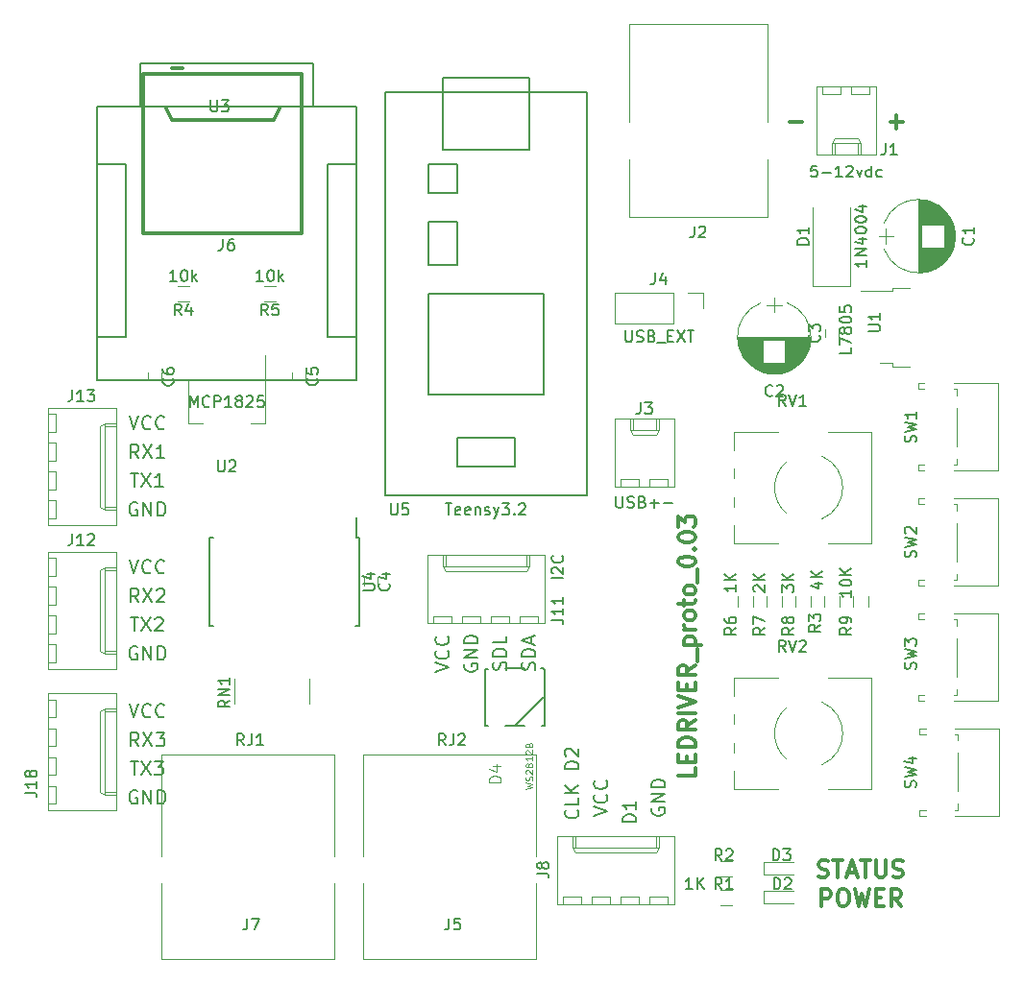
<source format=gbr>
G04 #@! TF.FileFunction,Legend,Top*
%FSLAX46Y46*%
G04 Gerber Fmt 4.6, Leading zero omitted, Abs format (unit mm)*
G04 Created by KiCad (PCBNEW 4.0.7-e2-6376~58~ubuntu16.04.1) date Tue May  1 20:05:14 2018*
%MOMM*%
%LPD*%
G01*
G04 APERTURE LIST*
%ADD10C,0.100000*%
%ADD11C,0.375000*%
%ADD12C,0.200000*%
%ADD13C,0.300000*%
%ADD14C,0.120000*%
%ADD15C,0.350000*%
%ADD16C,0.150000*%
%ADD17C,0.203200*%
%ADD18C,0.076200*%
%ADD19C,0.050800*%
G04 APERTURE END LIST*
D10*
D11*
X169255714Y-107358571D02*
X169255714Y-105858571D01*
X169827142Y-105858571D01*
X169970000Y-105930000D01*
X170041428Y-106001429D01*
X170112857Y-106144286D01*
X170112857Y-106358571D01*
X170041428Y-106501429D01*
X169970000Y-106572857D01*
X169827142Y-106644286D01*
X169255714Y-106644286D01*
X171041428Y-105858571D02*
X171327142Y-105858571D01*
X171470000Y-105930000D01*
X171612857Y-106072857D01*
X171684285Y-106358571D01*
X171684285Y-106858571D01*
X171612857Y-107144286D01*
X171470000Y-107287143D01*
X171327142Y-107358571D01*
X171041428Y-107358571D01*
X170898571Y-107287143D01*
X170755714Y-107144286D01*
X170684285Y-106858571D01*
X170684285Y-106358571D01*
X170755714Y-106072857D01*
X170898571Y-105930000D01*
X171041428Y-105858571D01*
X172184286Y-105858571D02*
X172541429Y-107358571D01*
X172827143Y-106287143D01*
X173112857Y-107358571D01*
X173470000Y-105858571D01*
X174041429Y-106572857D02*
X174541429Y-106572857D01*
X174755715Y-107358571D02*
X174041429Y-107358571D01*
X174041429Y-105858571D01*
X174755715Y-105858571D01*
X176255715Y-107358571D02*
X175755715Y-106644286D01*
X175398572Y-107358571D02*
X175398572Y-105858571D01*
X175970000Y-105858571D01*
X176112858Y-105930000D01*
X176184286Y-106001429D01*
X176255715Y-106144286D01*
X176255715Y-106358571D01*
X176184286Y-106501429D01*
X176112858Y-106572857D01*
X175970000Y-106644286D01*
X175398572Y-106644286D01*
D12*
X108940715Y-97190000D02*
X108826429Y-97132857D01*
X108655000Y-97132857D01*
X108483572Y-97190000D01*
X108369286Y-97304286D01*
X108312143Y-97418571D01*
X108255000Y-97647143D01*
X108255000Y-97818571D01*
X108312143Y-98047143D01*
X108369286Y-98161429D01*
X108483572Y-98275714D01*
X108655000Y-98332857D01*
X108769286Y-98332857D01*
X108940715Y-98275714D01*
X108997858Y-98218571D01*
X108997858Y-97818571D01*
X108769286Y-97818571D01*
X109512143Y-98332857D02*
X109512143Y-97132857D01*
X110197858Y-98332857D01*
X110197858Y-97132857D01*
X110769286Y-98332857D02*
X110769286Y-97132857D01*
X111055001Y-97132857D01*
X111226429Y-97190000D01*
X111340715Y-97304286D01*
X111397858Y-97418571D01*
X111455001Y-97647143D01*
X111455001Y-97818571D01*
X111397858Y-98047143D01*
X111340715Y-98161429D01*
X111226429Y-98275714D01*
X111055001Y-98332857D01*
X110769286Y-98332857D01*
X108369286Y-94592857D02*
X109055000Y-94592857D01*
X108712143Y-95792857D02*
X108712143Y-94592857D01*
X109340715Y-94592857D02*
X110140715Y-95792857D01*
X110140715Y-94592857D02*
X109340715Y-95792857D01*
X110483572Y-94592857D02*
X111226429Y-94592857D01*
X110826429Y-95050000D01*
X110997857Y-95050000D01*
X111112143Y-95107143D01*
X111169286Y-95164286D01*
X111226429Y-95278571D01*
X111226429Y-95564286D01*
X111169286Y-95678571D01*
X111112143Y-95735714D01*
X110997857Y-95792857D01*
X110655000Y-95792857D01*
X110540714Y-95735714D01*
X110483572Y-95678571D01*
X109083572Y-93252857D02*
X108683572Y-92681429D01*
X108397857Y-93252857D02*
X108397857Y-92052857D01*
X108855000Y-92052857D01*
X108969286Y-92110000D01*
X109026429Y-92167143D01*
X109083572Y-92281429D01*
X109083572Y-92452857D01*
X109026429Y-92567143D01*
X108969286Y-92624286D01*
X108855000Y-92681429D01*
X108397857Y-92681429D01*
X109483572Y-92052857D02*
X110283572Y-93252857D01*
X110283572Y-92052857D02*
X109483572Y-93252857D01*
X110626429Y-92052857D02*
X111369286Y-92052857D01*
X110969286Y-92510000D01*
X111140714Y-92510000D01*
X111255000Y-92567143D01*
X111312143Y-92624286D01*
X111369286Y-92738571D01*
X111369286Y-93024286D01*
X111312143Y-93138571D01*
X111255000Y-93195714D01*
X111140714Y-93252857D01*
X110797857Y-93252857D01*
X110683571Y-93195714D01*
X110626429Y-93138571D01*
X108255001Y-89512857D02*
X108655001Y-90712857D01*
X109055001Y-89512857D01*
X110140715Y-90598571D02*
X110083572Y-90655714D01*
X109912143Y-90712857D01*
X109797857Y-90712857D01*
X109626429Y-90655714D01*
X109512143Y-90541429D01*
X109455000Y-90427143D01*
X109397857Y-90198571D01*
X109397857Y-90027143D01*
X109455000Y-89798571D01*
X109512143Y-89684286D01*
X109626429Y-89570000D01*
X109797857Y-89512857D01*
X109912143Y-89512857D01*
X110083572Y-89570000D01*
X110140715Y-89627143D01*
X111340715Y-90598571D02*
X111283572Y-90655714D01*
X111112143Y-90712857D01*
X110997857Y-90712857D01*
X110826429Y-90655714D01*
X110712143Y-90541429D01*
X110655000Y-90427143D01*
X110597857Y-90198571D01*
X110597857Y-90027143D01*
X110655000Y-89798571D01*
X110712143Y-89684286D01*
X110826429Y-89570000D01*
X110997857Y-89512857D01*
X111112143Y-89512857D01*
X111283572Y-89570000D01*
X111340715Y-89627143D01*
D13*
X158158571Y-95169285D02*
X158158571Y-95883571D01*
X156658571Y-95883571D01*
X157372857Y-94669285D02*
X157372857Y-94169285D01*
X158158571Y-93954999D02*
X158158571Y-94669285D01*
X156658571Y-94669285D01*
X156658571Y-93954999D01*
X158158571Y-93312142D02*
X156658571Y-93312142D01*
X156658571Y-92954999D01*
X156730000Y-92740714D01*
X156872857Y-92597856D01*
X157015714Y-92526428D01*
X157301429Y-92454999D01*
X157515714Y-92454999D01*
X157801429Y-92526428D01*
X157944286Y-92597856D01*
X158087143Y-92740714D01*
X158158571Y-92954999D01*
X158158571Y-93312142D01*
X158158571Y-90954999D02*
X157444286Y-91454999D01*
X158158571Y-91812142D02*
X156658571Y-91812142D01*
X156658571Y-91240714D01*
X156730000Y-91097856D01*
X156801429Y-91026428D01*
X156944286Y-90954999D01*
X157158571Y-90954999D01*
X157301429Y-91026428D01*
X157372857Y-91097856D01*
X157444286Y-91240714D01*
X157444286Y-91812142D01*
X158158571Y-90312142D02*
X156658571Y-90312142D01*
X156658571Y-89812142D02*
X158158571Y-89312142D01*
X156658571Y-88812142D01*
X157372857Y-88312142D02*
X157372857Y-87812142D01*
X158158571Y-87597856D02*
X158158571Y-88312142D01*
X156658571Y-88312142D01*
X156658571Y-87597856D01*
X158158571Y-86097856D02*
X157444286Y-86597856D01*
X158158571Y-86954999D02*
X156658571Y-86954999D01*
X156658571Y-86383571D01*
X156730000Y-86240713D01*
X156801429Y-86169285D01*
X156944286Y-86097856D01*
X157158571Y-86097856D01*
X157301429Y-86169285D01*
X157372857Y-86240713D01*
X157444286Y-86383571D01*
X157444286Y-86954999D01*
X158301429Y-85812142D02*
X158301429Y-84669285D01*
X157158571Y-84312142D02*
X158658571Y-84312142D01*
X157230000Y-84312142D02*
X157158571Y-84169285D01*
X157158571Y-83883571D01*
X157230000Y-83740714D01*
X157301429Y-83669285D01*
X157444286Y-83597856D01*
X157872857Y-83597856D01*
X158015714Y-83669285D01*
X158087143Y-83740714D01*
X158158571Y-83883571D01*
X158158571Y-84169285D01*
X158087143Y-84312142D01*
X158158571Y-82954999D02*
X157158571Y-82954999D01*
X157444286Y-82954999D02*
X157301429Y-82883571D01*
X157230000Y-82812142D01*
X157158571Y-82669285D01*
X157158571Y-82526428D01*
X158158571Y-81812142D02*
X158087143Y-81955000D01*
X158015714Y-82026428D01*
X157872857Y-82097857D01*
X157444286Y-82097857D01*
X157301429Y-82026428D01*
X157230000Y-81955000D01*
X157158571Y-81812142D01*
X157158571Y-81597857D01*
X157230000Y-81455000D01*
X157301429Y-81383571D01*
X157444286Y-81312142D01*
X157872857Y-81312142D01*
X158015714Y-81383571D01*
X158087143Y-81455000D01*
X158158571Y-81597857D01*
X158158571Y-81812142D01*
X157158571Y-80883571D02*
X157158571Y-80312142D01*
X156658571Y-80669285D02*
X157944286Y-80669285D01*
X158087143Y-80597857D01*
X158158571Y-80454999D01*
X158158571Y-80312142D01*
X158158571Y-79597856D02*
X158087143Y-79740714D01*
X158015714Y-79812142D01*
X157872857Y-79883571D01*
X157444286Y-79883571D01*
X157301429Y-79812142D01*
X157230000Y-79740714D01*
X157158571Y-79597856D01*
X157158571Y-79383571D01*
X157230000Y-79240714D01*
X157301429Y-79169285D01*
X157444286Y-79097856D01*
X157872857Y-79097856D01*
X158015714Y-79169285D01*
X158087143Y-79240714D01*
X158158571Y-79383571D01*
X158158571Y-79597856D01*
X158301429Y-78812142D02*
X158301429Y-77669285D01*
X156658571Y-77026428D02*
X156658571Y-76883571D01*
X156730000Y-76740714D01*
X156801429Y-76669285D01*
X156944286Y-76597856D01*
X157230000Y-76526428D01*
X157587143Y-76526428D01*
X157872857Y-76597856D01*
X158015714Y-76669285D01*
X158087143Y-76740714D01*
X158158571Y-76883571D01*
X158158571Y-77026428D01*
X158087143Y-77169285D01*
X158015714Y-77240714D01*
X157872857Y-77312142D01*
X157587143Y-77383571D01*
X157230000Y-77383571D01*
X156944286Y-77312142D01*
X156801429Y-77240714D01*
X156730000Y-77169285D01*
X156658571Y-77026428D01*
X158015714Y-75883571D02*
X158087143Y-75812143D01*
X158158571Y-75883571D01*
X158087143Y-75955000D01*
X158015714Y-75883571D01*
X158158571Y-75883571D01*
X156658571Y-74883571D02*
X156658571Y-74740714D01*
X156730000Y-74597857D01*
X156801429Y-74526428D01*
X156944286Y-74454999D01*
X157230000Y-74383571D01*
X157587143Y-74383571D01*
X157872857Y-74454999D01*
X158015714Y-74526428D01*
X158087143Y-74597857D01*
X158158571Y-74740714D01*
X158158571Y-74883571D01*
X158087143Y-75026428D01*
X158015714Y-75097857D01*
X157872857Y-75169285D01*
X157587143Y-75240714D01*
X157230000Y-75240714D01*
X156944286Y-75169285D01*
X156801429Y-75097857D01*
X156730000Y-75026428D01*
X156658571Y-74883571D01*
X156658571Y-73883571D02*
X156658571Y-72955000D01*
X157230000Y-73455000D01*
X157230000Y-73240714D01*
X157301429Y-73097857D01*
X157372857Y-73026428D01*
X157515714Y-72955000D01*
X157872857Y-72955000D01*
X158015714Y-73026428D01*
X158087143Y-73097857D01*
X158158571Y-73240714D01*
X158158571Y-73669286D01*
X158087143Y-73812143D01*
X158015714Y-73883571D01*
X166433572Y-38207143D02*
X167576429Y-38207143D01*
X175323572Y-38207143D02*
X176466429Y-38207143D01*
X175895000Y-38778571D02*
X175895000Y-37635714D01*
D12*
X143995714Y-86547143D02*
X144052857Y-86375714D01*
X144052857Y-86090000D01*
X143995714Y-85975714D01*
X143938571Y-85918571D01*
X143824286Y-85861428D01*
X143710000Y-85861428D01*
X143595714Y-85918571D01*
X143538571Y-85975714D01*
X143481429Y-86090000D01*
X143424286Y-86318571D01*
X143367143Y-86432857D01*
X143310000Y-86490000D01*
X143195714Y-86547143D01*
X143081429Y-86547143D01*
X142967143Y-86490000D01*
X142910000Y-86432857D01*
X142852857Y-86318571D01*
X142852857Y-86032857D01*
X142910000Y-85861428D01*
X144052857Y-85347143D02*
X142852857Y-85347143D01*
X142852857Y-85061428D01*
X142910000Y-84890000D01*
X143024286Y-84775714D01*
X143138571Y-84718571D01*
X143367143Y-84661428D01*
X143538571Y-84661428D01*
X143767143Y-84718571D01*
X143881429Y-84775714D01*
X143995714Y-84890000D01*
X144052857Y-85061428D01*
X144052857Y-85347143D01*
X143710000Y-84204286D02*
X143710000Y-83632857D01*
X144052857Y-84318571D02*
X142852857Y-83918571D01*
X144052857Y-83518571D01*
X141455714Y-86518572D02*
X141512857Y-86347143D01*
X141512857Y-86061429D01*
X141455714Y-85947143D01*
X141398571Y-85890000D01*
X141284286Y-85832857D01*
X141170000Y-85832857D01*
X141055714Y-85890000D01*
X140998571Y-85947143D01*
X140941429Y-86061429D01*
X140884286Y-86290000D01*
X140827143Y-86404286D01*
X140770000Y-86461429D01*
X140655714Y-86518572D01*
X140541429Y-86518572D01*
X140427143Y-86461429D01*
X140370000Y-86404286D01*
X140312857Y-86290000D01*
X140312857Y-86004286D01*
X140370000Y-85832857D01*
X141512857Y-85318572D02*
X140312857Y-85318572D01*
X140312857Y-85032857D01*
X140370000Y-84861429D01*
X140484286Y-84747143D01*
X140598571Y-84690000D01*
X140827143Y-84632857D01*
X140998571Y-84632857D01*
X141227143Y-84690000D01*
X141341429Y-84747143D01*
X141455714Y-84861429D01*
X141512857Y-85032857D01*
X141512857Y-85318572D01*
X141512857Y-83547143D02*
X141512857Y-84118572D01*
X140312857Y-84118572D01*
X137830000Y-86004285D02*
X137772857Y-86118571D01*
X137772857Y-86290000D01*
X137830000Y-86461428D01*
X137944286Y-86575714D01*
X138058571Y-86632857D01*
X138287143Y-86690000D01*
X138458571Y-86690000D01*
X138687143Y-86632857D01*
X138801429Y-86575714D01*
X138915714Y-86461428D01*
X138972857Y-86290000D01*
X138972857Y-86175714D01*
X138915714Y-86004285D01*
X138858571Y-85947142D01*
X138458571Y-85947142D01*
X138458571Y-86175714D01*
X138972857Y-85432857D02*
X137772857Y-85432857D01*
X138972857Y-84747142D01*
X137772857Y-84747142D01*
X138972857Y-84175714D02*
X137772857Y-84175714D01*
X137772857Y-83889999D01*
X137830000Y-83718571D01*
X137944286Y-83604285D01*
X138058571Y-83547142D01*
X138287143Y-83489999D01*
X138458571Y-83489999D01*
X138687143Y-83547142D01*
X138801429Y-83604285D01*
X138915714Y-83718571D01*
X138972857Y-83889999D01*
X138972857Y-84175714D01*
X135232857Y-86689999D02*
X136432857Y-86289999D01*
X135232857Y-85889999D01*
X136318571Y-84804285D02*
X136375714Y-84861428D01*
X136432857Y-85032857D01*
X136432857Y-85147143D01*
X136375714Y-85318571D01*
X136261429Y-85432857D01*
X136147143Y-85490000D01*
X135918571Y-85547143D01*
X135747143Y-85547143D01*
X135518571Y-85490000D01*
X135404286Y-85432857D01*
X135290000Y-85318571D01*
X135232857Y-85147143D01*
X135232857Y-85032857D01*
X135290000Y-84861428D01*
X135347143Y-84804285D01*
X136318571Y-83604285D02*
X136375714Y-83661428D01*
X136432857Y-83832857D01*
X136432857Y-83947143D01*
X136375714Y-84118571D01*
X136261429Y-84232857D01*
X136147143Y-84290000D01*
X135918571Y-84347143D01*
X135747143Y-84347143D01*
X135518571Y-84290000D01*
X135404286Y-84232857D01*
X135290000Y-84118571D01*
X135232857Y-83947143D01*
X135232857Y-83832857D01*
X135290000Y-83661428D01*
X135347143Y-83604285D01*
X152942857Y-99945714D02*
X151742857Y-99945714D01*
X151742857Y-99659999D01*
X151800000Y-99488571D01*
X151914286Y-99374285D01*
X152028571Y-99317142D01*
X152257143Y-99259999D01*
X152428571Y-99259999D01*
X152657143Y-99317142D01*
X152771429Y-99374285D01*
X152885714Y-99488571D01*
X152942857Y-99659999D01*
X152942857Y-99945714D01*
X152942857Y-98117142D02*
X152942857Y-98802857D01*
X152942857Y-98459999D02*
X151742857Y-98459999D01*
X151914286Y-98574285D01*
X152028571Y-98688571D01*
X152085714Y-98802857D01*
X147748571Y-98862857D02*
X147805714Y-98920000D01*
X147862857Y-99091429D01*
X147862857Y-99205715D01*
X147805714Y-99377143D01*
X147691429Y-99491429D01*
X147577143Y-99548572D01*
X147348571Y-99605715D01*
X147177143Y-99605715D01*
X146948571Y-99548572D01*
X146834286Y-99491429D01*
X146720000Y-99377143D01*
X146662857Y-99205715D01*
X146662857Y-99091429D01*
X146720000Y-98920000D01*
X146777143Y-98862857D01*
X147862857Y-97777143D02*
X147862857Y-98348572D01*
X146662857Y-98348572D01*
X147862857Y-97377143D02*
X146662857Y-97377143D01*
X147862857Y-96691428D02*
X147177143Y-97205714D01*
X146662857Y-96691428D02*
X147348571Y-97377143D01*
X147862857Y-95262857D02*
X146662857Y-95262857D01*
X146662857Y-94977142D01*
X146720000Y-94805714D01*
X146834286Y-94691428D01*
X146948571Y-94634285D01*
X147177143Y-94577142D01*
X147348571Y-94577142D01*
X147577143Y-94634285D01*
X147691429Y-94691428D01*
X147805714Y-94805714D01*
X147862857Y-94977142D01*
X147862857Y-95262857D01*
X146777143Y-94120000D02*
X146720000Y-94062857D01*
X146662857Y-93948571D01*
X146662857Y-93662857D01*
X146720000Y-93548571D01*
X146777143Y-93491428D01*
X146891429Y-93434285D01*
X147005714Y-93434285D01*
X147177143Y-93491428D01*
X147862857Y-94177142D01*
X147862857Y-93434285D01*
X154340000Y-98704285D02*
X154282857Y-98818571D01*
X154282857Y-98990000D01*
X154340000Y-99161428D01*
X154454286Y-99275714D01*
X154568571Y-99332857D01*
X154797143Y-99390000D01*
X154968571Y-99390000D01*
X155197143Y-99332857D01*
X155311429Y-99275714D01*
X155425714Y-99161428D01*
X155482857Y-98990000D01*
X155482857Y-98875714D01*
X155425714Y-98704285D01*
X155368571Y-98647142D01*
X154968571Y-98647142D01*
X154968571Y-98875714D01*
X155482857Y-98132857D02*
X154282857Y-98132857D01*
X155482857Y-97447142D01*
X154282857Y-97447142D01*
X155482857Y-96875714D02*
X154282857Y-96875714D01*
X154282857Y-96589999D01*
X154340000Y-96418571D01*
X154454286Y-96304285D01*
X154568571Y-96247142D01*
X154797143Y-96189999D01*
X154968571Y-96189999D01*
X155197143Y-96247142D01*
X155311429Y-96304285D01*
X155425714Y-96418571D01*
X155482857Y-96589999D01*
X155482857Y-96875714D01*
X149202857Y-99389999D02*
X150402857Y-98989999D01*
X149202857Y-98589999D01*
X150288571Y-97504285D02*
X150345714Y-97561428D01*
X150402857Y-97732857D01*
X150402857Y-97847143D01*
X150345714Y-98018571D01*
X150231429Y-98132857D01*
X150117143Y-98190000D01*
X149888571Y-98247143D01*
X149717143Y-98247143D01*
X149488571Y-98190000D01*
X149374286Y-98132857D01*
X149260000Y-98018571D01*
X149202857Y-97847143D01*
X149202857Y-97732857D01*
X149260000Y-97561428D01*
X149317143Y-97504285D01*
X150288571Y-96304285D02*
X150345714Y-96361428D01*
X150402857Y-96532857D01*
X150402857Y-96647143D01*
X150345714Y-96818571D01*
X150231429Y-96932857D01*
X150117143Y-96990000D01*
X149888571Y-97047143D01*
X149717143Y-97047143D01*
X149488571Y-96990000D01*
X149374286Y-96932857D01*
X149260000Y-96818571D01*
X149202857Y-96647143D01*
X149202857Y-96532857D01*
X149260000Y-96361428D01*
X149317143Y-96304285D01*
X109083572Y-80552857D02*
X108683572Y-79981429D01*
X108397857Y-80552857D02*
X108397857Y-79352857D01*
X108855000Y-79352857D01*
X108969286Y-79410000D01*
X109026429Y-79467143D01*
X109083572Y-79581429D01*
X109083572Y-79752857D01*
X109026429Y-79867143D01*
X108969286Y-79924286D01*
X108855000Y-79981429D01*
X108397857Y-79981429D01*
X109483572Y-79352857D02*
X110283572Y-80552857D01*
X110283572Y-79352857D02*
X109483572Y-80552857D01*
X110683571Y-79467143D02*
X110740714Y-79410000D01*
X110855000Y-79352857D01*
X111140714Y-79352857D01*
X111255000Y-79410000D01*
X111312143Y-79467143D01*
X111369286Y-79581429D01*
X111369286Y-79695714D01*
X111312143Y-79867143D01*
X110626429Y-80552857D01*
X111369286Y-80552857D01*
X108255001Y-76812857D02*
X108655001Y-78012857D01*
X109055001Y-76812857D01*
X110140715Y-77898571D02*
X110083572Y-77955714D01*
X109912143Y-78012857D01*
X109797857Y-78012857D01*
X109626429Y-77955714D01*
X109512143Y-77841429D01*
X109455000Y-77727143D01*
X109397857Y-77498571D01*
X109397857Y-77327143D01*
X109455000Y-77098571D01*
X109512143Y-76984286D01*
X109626429Y-76870000D01*
X109797857Y-76812857D01*
X109912143Y-76812857D01*
X110083572Y-76870000D01*
X110140715Y-76927143D01*
X111340715Y-77898571D02*
X111283572Y-77955714D01*
X111112143Y-78012857D01*
X110997857Y-78012857D01*
X110826429Y-77955714D01*
X110712143Y-77841429D01*
X110655000Y-77727143D01*
X110597857Y-77498571D01*
X110597857Y-77327143D01*
X110655000Y-77098571D01*
X110712143Y-76984286D01*
X110826429Y-76870000D01*
X110997857Y-76812857D01*
X111112143Y-76812857D01*
X111283572Y-76870000D01*
X111340715Y-76927143D01*
X108940715Y-84490000D02*
X108826429Y-84432857D01*
X108655000Y-84432857D01*
X108483572Y-84490000D01*
X108369286Y-84604286D01*
X108312143Y-84718571D01*
X108255000Y-84947143D01*
X108255000Y-85118571D01*
X108312143Y-85347143D01*
X108369286Y-85461429D01*
X108483572Y-85575714D01*
X108655000Y-85632857D01*
X108769286Y-85632857D01*
X108940715Y-85575714D01*
X108997858Y-85518571D01*
X108997858Y-85118571D01*
X108769286Y-85118571D01*
X109512143Y-85632857D02*
X109512143Y-84432857D01*
X110197858Y-85632857D01*
X110197858Y-84432857D01*
X110769286Y-85632857D02*
X110769286Y-84432857D01*
X111055001Y-84432857D01*
X111226429Y-84490000D01*
X111340715Y-84604286D01*
X111397858Y-84718571D01*
X111455001Y-84947143D01*
X111455001Y-85118571D01*
X111397858Y-85347143D01*
X111340715Y-85461429D01*
X111226429Y-85575714D01*
X111055001Y-85632857D01*
X110769286Y-85632857D01*
X108369286Y-81892857D02*
X109055000Y-81892857D01*
X108712143Y-83092857D02*
X108712143Y-81892857D01*
X109340715Y-81892857D02*
X110140715Y-83092857D01*
X110140715Y-81892857D02*
X109340715Y-83092857D01*
X110540714Y-82007143D02*
X110597857Y-81950000D01*
X110712143Y-81892857D01*
X110997857Y-81892857D01*
X111112143Y-81950000D01*
X111169286Y-82007143D01*
X111226429Y-82121429D01*
X111226429Y-82235714D01*
X111169286Y-82407143D01*
X110483572Y-83092857D01*
X111226429Y-83092857D01*
X108255001Y-64112857D02*
X108655001Y-65312857D01*
X109055001Y-64112857D01*
X110140715Y-65198571D02*
X110083572Y-65255714D01*
X109912143Y-65312857D01*
X109797857Y-65312857D01*
X109626429Y-65255714D01*
X109512143Y-65141429D01*
X109455000Y-65027143D01*
X109397857Y-64798571D01*
X109397857Y-64627143D01*
X109455000Y-64398571D01*
X109512143Y-64284286D01*
X109626429Y-64170000D01*
X109797857Y-64112857D01*
X109912143Y-64112857D01*
X110083572Y-64170000D01*
X110140715Y-64227143D01*
X111340715Y-65198571D02*
X111283572Y-65255714D01*
X111112143Y-65312857D01*
X110997857Y-65312857D01*
X110826429Y-65255714D01*
X110712143Y-65141429D01*
X110655000Y-65027143D01*
X110597857Y-64798571D01*
X110597857Y-64627143D01*
X110655000Y-64398571D01*
X110712143Y-64284286D01*
X110826429Y-64170000D01*
X110997857Y-64112857D01*
X111112143Y-64112857D01*
X111283572Y-64170000D01*
X111340715Y-64227143D01*
X109083572Y-67852857D02*
X108683572Y-67281429D01*
X108397857Y-67852857D02*
X108397857Y-66652857D01*
X108855000Y-66652857D01*
X108969286Y-66710000D01*
X109026429Y-66767143D01*
X109083572Y-66881429D01*
X109083572Y-67052857D01*
X109026429Y-67167143D01*
X108969286Y-67224286D01*
X108855000Y-67281429D01*
X108397857Y-67281429D01*
X109483572Y-66652857D02*
X110283572Y-67852857D01*
X110283572Y-66652857D02*
X109483572Y-67852857D01*
X111369286Y-67852857D02*
X110683571Y-67852857D01*
X111026429Y-67852857D02*
X111026429Y-66652857D01*
X110912143Y-66824286D01*
X110797857Y-66938571D01*
X110683571Y-66995714D01*
X108369286Y-69192857D02*
X109055000Y-69192857D01*
X108712143Y-70392857D02*
X108712143Y-69192857D01*
X109340715Y-69192857D02*
X110140715Y-70392857D01*
X110140715Y-69192857D02*
X109340715Y-70392857D01*
X111226429Y-70392857D02*
X110540714Y-70392857D01*
X110883572Y-70392857D02*
X110883572Y-69192857D01*
X110769286Y-69364286D01*
X110655000Y-69478571D01*
X110540714Y-69535714D01*
X108940715Y-71790000D02*
X108826429Y-71732857D01*
X108655000Y-71732857D01*
X108483572Y-71790000D01*
X108369286Y-71904286D01*
X108312143Y-72018571D01*
X108255000Y-72247143D01*
X108255000Y-72418571D01*
X108312143Y-72647143D01*
X108369286Y-72761429D01*
X108483572Y-72875714D01*
X108655000Y-72932857D01*
X108769286Y-72932857D01*
X108940715Y-72875714D01*
X108997858Y-72818571D01*
X108997858Y-72418571D01*
X108769286Y-72418571D01*
X109512143Y-72932857D02*
X109512143Y-71732857D01*
X110197858Y-72932857D01*
X110197858Y-71732857D01*
X110769286Y-72932857D02*
X110769286Y-71732857D01*
X111055001Y-71732857D01*
X111226429Y-71790000D01*
X111340715Y-71904286D01*
X111397858Y-72018571D01*
X111455001Y-72247143D01*
X111455001Y-72418571D01*
X111397858Y-72647143D01*
X111340715Y-72761429D01*
X111226429Y-72875714D01*
X111055001Y-72932857D01*
X110769286Y-72932857D01*
D13*
X169005715Y-104747143D02*
X169220001Y-104818571D01*
X169577144Y-104818571D01*
X169720001Y-104747143D01*
X169791430Y-104675714D01*
X169862858Y-104532857D01*
X169862858Y-104390000D01*
X169791430Y-104247143D01*
X169720001Y-104175714D01*
X169577144Y-104104286D01*
X169291430Y-104032857D01*
X169148572Y-103961429D01*
X169077144Y-103890000D01*
X169005715Y-103747143D01*
X169005715Y-103604286D01*
X169077144Y-103461429D01*
X169148572Y-103390000D01*
X169291430Y-103318571D01*
X169648572Y-103318571D01*
X169862858Y-103390000D01*
X170291429Y-103318571D02*
X171148572Y-103318571D01*
X170720001Y-104818571D02*
X170720001Y-103318571D01*
X171577143Y-104390000D02*
X172291429Y-104390000D01*
X171434286Y-104818571D02*
X171934286Y-103318571D01*
X172434286Y-104818571D01*
X172720000Y-103318571D02*
X173577143Y-103318571D01*
X173148572Y-104818571D02*
X173148572Y-103318571D01*
X174077143Y-103318571D02*
X174077143Y-104532857D01*
X174148571Y-104675714D01*
X174220000Y-104747143D01*
X174362857Y-104818571D01*
X174648571Y-104818571D01*
X174791429Y-104747143D01*
X174862857Y-104675714D01*
X174934286Y-104532857D01*
X174934286Y-103318571D01*
X175577143Y-104747143D02*
X175791429Y-104818571D01*
X176148572Y-104818571D01*
X176291429Y-104747143D01*
X176362858Y-104675714D01*
X176434286Y-104532857D01*
X176434286Y-104390000D01*
X176362858Y-104247143D01*
X176291429Y-104175714D01*
X176148572Y-104104286D01*
X175862858Y-104032857D01*
X175720000Y-103961429D01*
X175648572Y-103890000D01*
X175577143Y-103747143D01*
X175577143Y-103604286D01*
X175648572Y-103461429D01*
X175720000Y-103390000D01*
X175862858Y-103318571D01*
X176220000Y-103318571D01*
X176434286Y-103390000D01*
D14*
X180837820Y-47080864D02*
G75*
G03X174802518Y-47080000I-3017820J-1179136D01*
G01*
X180837820Y-49439136D02*
G75*
G02X174802518Y-49440000I-3017820J1179136D01*
G01*
X180837820Y-49439136D02*
G75*
G03X180837482Y-47080000I-3017820J1179136D01*
G01*
X177820000Y-45060000D02*
X177820000Y-51460000D01*
X177860000Y-45060000D02*
X177860000Y-51460000D01*
X177900000Y-45060000D02*
X177900000Y-51460000D01*
X177940000Y-45062000D02*
X177940000Y-51458000D01*
X177980000Y-45063000D02*
X177980000Y-51457000D01*
X178020000Y-45066000D02*
X178020000Y-51454000D01*
X178060000Y-45068000D02*
X178060000Y-51452000D01*
X178100000Y-45072000D02*
X178100000Y-47280000D01*
X178100000Y-49240000D02*
X178100000Y-51448000D01*
X178140000Y-45075000D02*
X178140000Y-47280000D01*
X178140000Y-49240000D02*
X178140000Y-51445000D01*
X178180000Y-45080000D02*
X178180000Y-47280000D01*
X178180000Y-49240000D02*
X178180000Y-51440000D01*
X178220000Y-45084000D02*
X178220000Y-47280000D01*
X178220000Y-49240000D02*
X178220000Y-51436000D01*
X178260000Y-45090000D02*
X178260000Y-47280000D01*
X178260000Y-49240000D02*
X178260000Y-51430000D01*
X178300000Y-45095000D02*
X178300000Y-47280000D01*
X178300000Y-49240000D02*
X178300000Y-51425000D01*
X178340000Y-45102000D02*
X178340000Y-47280000D01*
X178340000Y-49240000D02*
X178340000Y-51418000D01*
X178380000Y-45108000D02*
X178380000Y-47280000D01*
X178380000Y-49240000D02*
X178380000Y-51412000D01*
X178420000Y-45116000D02*
X178420000Y-47280000D01*
X178420000Y-49240000D02*
X178420000Y-51404000D01*
X178460000Y-45123000D02*
X178460000Y-47280000D01*
X178460000Y-49240000D02*
X178460000Y-51397000D01*
X178500000Y-45132000D02*
X178500000Y-47280000D01*
X178500000Y-49240000D02*
X178500000Y-51388000D01*
X178541000Y-45141000D02*
X178541000Y-47280000D01*
X178541000Y-49240000D02*
X178541000Y-51379000D01*
X178581000Y-45150000D02*
X178581000Y-47280000D01*
X178581000Y-49240000D02*
X178581000Y-51370000D01*
X178621000Y-45160000D02*
X178621000Y-47280000D01*
X178621000Y-49240000D02*
X178621000Y-51360000D01*
X178661000Y-45170000D02*
X178661000Y-47280000D01*
X178661000Y-49240000D02*
X178661000Y-51350000D01*
X178701000Y-45181000D02*
X178701000Y-47280000D01*
X178701000Y-49240000D02*
X178701000Y-51339000D01*
X178741000Y-45193000D02*
X178741000Y-47280000D01*
X178741000Y-49240000D02*
X178741000Y-51327000D01*
X178781000Y-45205000D02*
X178781000Y-47280000D01*
X178781000Y-49240000D02*
X178781000Y-51315000D01*
X178821000Y-45218000D02*
X178821000Y-47280000D01*
X178821000Y-49240000D02*
X178821000Y-51302000D01*
X178861000Y-45231000D02*
X178861000Y-47280000D01*
X178861000Y-49240000D02*
X178861000Y-51289000D01*
X178901000Y-45245000D02*
X178901000Y-47280000D01*
X178901000Y-49240000D02*
X178901000Y-51275000D01*
X178941000Y-45259000D02*
X178941000Y-47280000D01*
X178941000Y-49240000D02*
X178941000Y-51261000D01*
X178981000Y-45274000D02*
X178981000Y-47280000D01*
X178981000Y-49240000D02*
X178981000Y-51246000D01*
X179021000Y-45290000D02*
X179021000Y-47280000D01*
X179021000Y-49240000D02*
X179021000Y-51230000D01*
X179061000Y-45306000D02*
X179061000Y-47280000D01*
X179061000Y-49240000D02*
X179061000Y-51214000D01*
X179101000Y-45323000D02*
X179101000Y-47280000D01*
X179101000Y-49240000D02*
X179101000Y-51197000D01*
X179141000Y-45341000D02*
X179141000Y-47280000D01*
X179141000Y-49240000D02*
X179141000Y-51179000D01*
X179181000Y-45359000D02*
X179181000Y-47280000D01*
X179181000Y-49240000D02*
X179181000Y-51161000D01*
X179221000Y-45378000D02*
X179221000Y-47280000D01*
X179221000Y-49240000D02*
X179221000Y-51142000D01*
X179261000Y-45397000D02*
X179261000Y-47280000D01*
X179261000Y-49240000D02*
X179261000Y-51123000D01*
X179301000Y-45417000D02*
X179301000Y-47280000D01*
X179301000Y-49240000D02*
X179301000Y-51103000D01*
X179341000Y-45438000D02*
X179341000Y-47280000D01*
X179341000Y-49240000D02*
X179341000Y-51082000D01*
X179381000Y-45460000D02*
X179381000Y-47280000D01*
X179381000Y-49240000D02*
X179381000Y-51060000D01*
X179421000Y-45482000D02*
X179421000Y-47280000D01*
X179421000Y-49240000D02*
X179421000Y-51038000D01*
X179461000Y-45505000D02*
X179461000Y-47280000D01*
X179461000Y-49240000D02*
X179461000Y-51015000D01*
X179501000Y-45529000D02*
X179501000Y-47280000D01*
X179501000Y-49240000D02*
X179501000Y-50991000D01*
X179541000Y-45554000D02*
X179541000Y-47280000D01*
X179541000Y-49240000D02*
X179541000Y-50966000D01*
X179581000Y-45579000D02*
X179581000Y-47280000D01*
X179581000Y-49240000D02*
X179581000Y-50941000D01*
X179621000Y-45606000D02*
X179621000Y-47280000D01*
X179621000Y-49240000D02*
X179621000Y-50914000D01*
X179661000Y-45633000D02*
X179661000Y-47280000D01*
X179661000Y-49240000D02*
X179661000Y-50887000D01*
X179701000Y-45661000D02*
X179701000Y-47280000D01*
X179701000Y-49240000D02*
X179701000Y-50859000D01*
X179741000Y-45690000D02*
X179741000Y-47280000D01*
X179741000Y-49240000D02*
X179741000Y-50830000D01*
X179781000Y-45720000D02*
X179781000Y-47280000D01*
X179781000Y-49240000D02*
X179781000Y-50800000D01*
X179821000Y-45750000D02*
X179821000Y-47280000D01*
X179821000Y-49240000D02*
X179821000Y-50770000D01*
X179861000Y-45782000D02*
X179861000Y-47280000D01*
X179861000Y-49240000D02*
X179861000Y-50738000D01*
X179901000Y-45815000D02*
X179901000Y-47280000D01*
X179901000Y-49240000D02*
X179901000Y-50705000D01*
X179941000Y-45849000D02*
X179941000Y-47280000D01*
X179941000Y-49240000D02*
X179941000Y-50671000D01*
X179981000Y-45885000D02*
X179981000Y-47280000D01*
X179981000Y-49240000D02*
X179981000Y-50635000D01*
X180021000Y-45921000D02*
X180021000Y-47280000D01*
X180021000Y-49240000D02*
X180021000Y-50599000D01*
X180061000Y-45959000D02*
X180061000Y-50561000D01*
X180101000Y-45998000D02*
X180101000Y-50522000D01*
X180141000Y-46038000D02*
X180141000Y-50482000D01*
X180181000Y-46080000D02*
X180181000Y-50440000D01*
X180221000Y-46123000D02*
X180221000Y-50397000D01*
X180261000Y-46168000D02*
X180261000Y-50352000D01*
X180301000Y-46215000D02*
X180301000Y-50305000D01*
X180341000Y-46263000D02*
X180341000Y-50257000D01*
X180381000Y-46314000D02*
X180381000Y-50206000D01*
X180421000Y-46366000D02*
X180421000Y-50154000D01*
X180461000Y-46421000D02*
X180461000Y-50099000D01*
X180501000Y-46479000D02*
X180501000Y-50041000D01*
X180541000Y-46539000D02*
X180541000Y-49981000D01*
X180581000Y-46602000D02*
X180581000Y-49918000D01*
X180621000Y-46669000D02*
X180621000Y-49851000D01*
X180661000Y-46740000D02*
X180661000Y-49780000D01*
X180701000Y-46815000D02*
X180701000Y-49705000D01*
X180741000Y-46896000D02*
X180741000Y-49624000D01*
X180781000Y-46982000D02*
X180781000Y-49538000D01*
X180821000Y-47076000D02*
X180821000Y-49444000D01*
X180861000Y-47179000D02*
X180861000Y-49341000D01*
X180901000Y-47294000D02*
X180901000Y-49226000D01*
X180941000Y-47426000D02*
X180941000Y-49094000D01*
X180981000Y-47584000D02*
X180981000Y-48936000D01*
X181021000Y-47792000D02*
X181021000Y-48728000D01*
X174370000Y-48260000D02*
X175570000Y-48260000D01*
X174970000Y-47610000D02*
X174970000Y-48910000D01*
X166279136Y-60187820D02*
G75*
G03X166280000Y-54152518I-1179136J3017820D01*
G01*
X163920864Y-60187820D02*
G75*
G02X163920000Y-54152518I1179136J3017820D01*
G01*
X163920864Y-60187820D02*
G75*
G03X166280000Y-60187482I1179136J3017820D01*
G01*
X168300000Y-57170000D02*
X161900000Y-57170000D01*
X168300000Y-57210000D02*
X161900000Y-57210000D01*
X168300000Y-57250000D02*
X161900000Y-57250000D01*
X168298000Y-57290000D02*
X161902000Y-57290000D01*
X168297000Y-57330000D02*
X161903000Y-57330000D01*
X168294000Y-57370000D02*
X161906000Y-57370000D01*
X168292000Y-57410000D02*
X161908000Y-57410000D01*
X168288000Y-57450000D02*
X166080000Y-57450000D01*
X164120000Y-57450000D02*
X161912000Y-57450000D01*
X168285000Y-57490000D02*
X166080000Y-57490000D01*
X164120000Y-57490000D02*
X161915000Y-57490000D01*
X168280000Y-57530000D02*
X166080000Y-57530000D01*
X164120000Y-57530000D02*
X161920000Y-57530000D01*
X168276000Y-57570000D02*
X166080000Y-57570000D01*
X164120000Y-57570000D02*
X161924000Y-57570000D01*
X168270000Y-57610000D02*
X166080000Y-57610000D01*
X164120000Y-57610000D02*
X161930000Y-57610000D01*
X168265000Y-57650000D02*
X166080000Y-57650000D01*
X164120000Y-57650000D02*
X161935000Y-57650000D01*
X168258000Y-57690000D02*
X166080000Y-57690000D01*
X164120000Y-57690000D02*
X161942000Y-57690000D01*
X168252000Y-57730000D02*
X166080000Y-57730000D01*
X164120000Y-57730000D02*
X161948000Y-57730000D01*
X168244000Y-57770000D02*
X166080000Y-57770000D01*
X164120000Y-57770000D02*
X161956000Y-57770000D01*
X168237000Y-57810000D02*
X166080000Y-57810000D01*
X164120000Y-57810000D02*
X161963000Y-57810000D01*
X168228000Y-57850000D02*
X166080000Y-57850000D01*
X164120000Y-57850000D02*
X161972000Y-57850000D01*
X168219000Y-57891000D02*
X166080000Y-57891000D01*
X164120000Y-57891000D02*
X161981000Y-57891000D01*
X168210000Y-57931000D02*
X166080000Y-57931000D01*
X164120000Y-57931000D02*
X161990000Y-57931000D01*
X168200000Y-57971000D02*
X166080000Y-57971000D01*
X164120000Y-57971000D02*
X162000000Y-57971000D01*
X168190000Y-58011000D02*
X166080000Y-58011000D01*
X164120000Y-58011000D02*
X162010000Y-58011000D01*
X168179000Y-58051000D02*
X166080000Y-58051000D01*
X164120000Y-58051000D02*
X162021000Y-58051000D01*
X168167000Y-58091000D02*
X166080000Y-58091000D01*
X164120000Y-58091000D02*
X162033000Y-58091000D01*
X168155000Y-58131000D02*
X166080000Y-58131000D01*
X164120000Y-58131000D02*
X162045000Y-58131000D01*
X168142000Y-58171000D02*
X166080000Y-58171000D01*
X164120000Y-58171000D02*
X162058000Y-58171000D01*
X168129000Y-58211000D02*
X166080000Y-58211000D01*
X164120000Y-58211000D02*
X162071000Y-58211000D01*
X168115000Y-58251000D02*
X166080000Y-58251000D01*
X164120000Y-58251000D02*
X162085000Y-58251000D01*
X168101000Y-58291000D02*
X166080000Y-58291000D01*
X164120000Y-58291000D02*
X162099000Y-58291000D01*
X168086000Y-58331000D02*
X166080000Y-58331000D01*
X164120000Y-58331000D02*
X162114000Y-58331000D01*
X168070000Y-58371000D02*
X166080000Y-58371000D01*
X164120000Y-58371000D02*
X162130000Y-58371000D01*
X168054000Y-58411000D02*
X166080000Y-58411000D01*
X164120000Y-58411000D02*
X162146000Y-58411000D01*
X168037000Y-58451000D02*
X166080000Y-58451000D01*
X164120000Y-58451000D02*
X162163000Y-58451000D01*
X168019000Y-58491000D02*
X166080000Y-58491000D01*
X164120000Y-58491000D02*
X162181000Y-58491000D01*
X168001000Y-58531000D02*
X166080000Y-58531000D01*
X164120000Y-58531000D02*
X162199000Y-58531000D01*
X167982000Y-58571000D02*
X166080000Y-58571000D01*
X164120000Y-58571000D02*
X162218000Y-58571000D01*
X167963000Y-58611000D02*
X166080000Y-58611000D01*
X164120000Y-58611000D02*
X162237000Y-58611000D01*
X167943000Y-58651000D02*
X166080000Y-58651000D01*
X164120000Y-58651000D02*
X162257000Y-58651000D01*
X167922000Y-58691000D02*
X166080000Y-58691000D01*
X164120000Y-58691000D02*
X162278000Y-58691000D01*
X167900000Y-58731000D02*
X166080000Y-58731000D01*
X164120000Y-58731000D02*
X162300000Y-58731000D01*
X167878000Y-58771000D02*
X166080000Y-58771000D01*
X164120000Y-58771000D02*
X162322000Y-58771000D01*
X167855000Y-58811000D02*
X166080000Y-58811000D01*
X164120000Y-58811000D02*
X162345000Y-58811000D01*
X167831000Y-58851000D02*
X166080000Y-58851000D01*
X164120000Y-58851000D02*
X162369000Y-58851000D01*
X167806000Y-58891000D02*
X166080000Y-58891000D01*
X164120000Y-58891000D02*
X162394000Y-58891000D01*
X167781000Y-58931000D02*
X166080000Y-58931000D01*
X164120000Y-58931000D02*
X162419000Y-58931000D01*
X167754000Y-58971000D02*
X166080000Y-58971000D01*
X164120000Y-58971000D02*
X162446000Y-58971000D01*
X167727000Y-59011000D02*
X166080000Y-59011000D01*
X164120000Y-59011000D02*
X162473000Y-59011000D01*
X167699000Y-59051000D02*
X166080000Y-59051000D01*
X164120000Y-59051000D02*
X162501000Y-59051000D01*
X167670000Y-59091000D02*
X166080000Y-59091000D01*
X164120000Y-59091000D02*
X162530000Y-59091000D01*
X167640000Y-59131000D02*
X166080000Y-59131000D01*
X164120000Y-59131000D02*
X162560000Y-59131000D01*
X167610000Y-59171000D02*
X166080000Y-59171000D01*
X164120000Y-59171000D02*
X162590000Y-59171000D01*
X167578000Y-59211000D02*
X166080000Y-59211000D01*
X164120000Y-59211000D02*
X162622000Y-59211000D01*
X167545000Y-59251000D02*
X166080000Y-59251000D01*
X164120000Y-59251000D02*
X162655000Y-59251000D01*
X167511000Y-59291000D02*
X166080000Y-59291000D01*
X164120000Y-59291000D02*
X162689000Y-59291000D01*
X167475000Y-59331000D02*
X166080000Y-59331000D01*
X164120000Y-59331000D02*
X162725000Y-59331000D01*
X167439000Y-59371000D02*
X166080000Y-59371000D01*
X164120000Y-59371000D02*
X162761000Y-59371000D01*
X167401000Y-59411000D02*
X162799000Y-59411000D01*
X167362000Y-59451000D02*
X162838000Y-59451000D01*
X167322000Y-59491000D02*
X162878000Y-59491000D01*
X167280000Y-59531000D02*
X162920000Y-59531000D01*
X167237000Y-59571000D02*
X162963000Y-59571000D01*
X167192000Y-59611000D02*
X163008000Y-59611000D01*
X167145000Y-59651000D02*
X163055000Y-59651000D01*
X167097000Y-59691000D02*
X163103000Y-59691000D01*
X167046000Y-59731000D02*
X163154000Y-59731000D01*
X166994000Y-59771000D02*
X163206000Y-59771000D01*
X166939000Y-59811000D02*
X163261000Y-59811000D01*
X166881000Y-59851000D02*
X163319000Y-59851000D01*
X166821000Y-59891000D02*
X163379000Y-59891000D01*
X166758000Y-59931000D02*
X163442000Y-59931000D01*
X166691000Y-59971000D02*
X163509000Y-59971000D01*
X166620000Y-60011000D02*
X163580000Y-60011000D01*
X166545000Y-60051000D02*
X163655000Y-60051000D01*
X166464000Y-60091000D02*
X163736000Y-60091000D01*
X166378000Y-60131000D02*
X163822000Y-60131000D01*
X166284000Y-60171000D02*
X163916000Y-60171000D01*
X166181000Y-60211000D02*
X164019000Y-60211000D01*
X166066000Y-60251000D02*
X164134000Y-60251000D01*
X165934000Y-60291000D02*
X164266000Y-60291000D01*
X165776000Y-60331000D02*
X164424000Y-60331000D01*
X165568000Y-60371000D02*
X164632000Y-60371000D01*
X165100000Y-53720000D02*
X165100000Y-54920000D01*
X165750000Y-54320000D02*
X164450000Y-54320000D01*
X170780000Y-56480000D02*
X170780000Y-57180000D01*
X169580000Y-57180000D02*
X169580000Y-56480000D01*
X130140000Y-78390000D02*
X130140000Y-79090000D01*
X128940000Y-79090000D02*
X128940000Y-78390000D01*
X123790000Y-60290000D02*
X123790000Y-60990000D01*
X122590000Y-60990000D02*
X122590000Y-60290000D01*
X111090000Y-60295000D02*
X111090000Y-60995000D01*
X109890000Y-60995000D02*
X109890000Y-60295000D01*
X168530000Y-52660000D02*
X171830000Y-52660000D01*
X171830000Y-52660000D02*
X171830000Y-45760000D01*
X168530000Y-52660000D02*
X168530000Y-45760000D01*
X164182000Y-106031000D02*
X164182000Y-107131000D01*
X164182000Y-107131000D02*
X166782000Y-107131000D01*
X164182000Y-106031000D02*
X166782000Y-106031000D01*
X164182000Y-103491000D02*
X164182000Y-104591000D01*
X164182000Y-104591000D02*
X166782000Y-104591000D01*
X164182000Y-103491000D02*
X166782000Y-103491000D01*
X168810000Y-35080000D02*
X168810000Y-41080000D01*
X168810000Y-41080000D02*
X174090000Y-41080000D01*
X174090000Y-41080000D02*
X174090000Y-35080000D01*
X174090000Y-35080000D02*
X168810000Y-35080000D01*
X170180000Y-41080000D02*
X170180000Y-40080000D01*
X170180000Y-40080000D02*
X172720000Y-40080000D01*
X172720000Y-40080000D02*
X172720000Y-41080000D01*
X170180000Y-40080000D02*
X170430000Y-39650000D01*
X170430000Y-39650000D02*
X172470000Y-39650000D01*
X172470000Y-39650000D02*
X172720000Y-40080000D01*
X170430000Y-41080000D02*
X170430000Y-40080000D01*
X172470000Y-41080000D02*
X172470000Y-40080000D01*
X169380000Y-35080000D02*
X169380000Y-35700000D01*
X169380000Y-35700000D02*
X170980000Y-35700000D01*
X170980000Y-35700000D02*
X170980000Y-35080000D01*
X171920000Y-35080000D02*
X171920000Y-35700000D01*
X171920000Y-35700000D02*
X173520000Y-35700000D01*
X173520000Y-35700000D02*
X173520000Y-35080000D01*
X164500000Y-38195000D02*
X164500000Y-29555000D01*
X164500000Y-46575000D02*
X164500000Y-41495000D01*
X152300000Y-38195000D02*
X152300000Y-29555000D01*
X152300000Y-46575000D02*
X152300000Y-41495000D01*
X152300000Y-29555000D02*
X164500000Y-29555000D01*
X164500000Y-46575000D02*
X152300000Y-46575000D01*
X156310000Y-70330000D02*
X156310000Y-64330000D01*
X156310000Y-64330000D02*
X151030000Y-64330000D01*
X151030000Y-64330000D02*
X151030000Y-70330000D01*
X151030000Y-70330000D02*
X156310000Y-70330000D01*
X154940000Y-64330000D02*
X154940000Y-65330000D01*
X154940000Y-65330000D02*
X152400000Y-65330000D01*
X152400000Y-65330000D02*
X152400000Y-64330000D01*
X154940000Y-65330000D02*
X154690000Y-65760000D01*
X154690000Y-65760000D02*
X152650000Y-65760000D01*
X152650000Y-65760000D02*
X152400000Y-65330000D01*
X154690000Y-64330000D02*
X154690000Y-65330000D01*
X152650000Y-64330000D02*
X152650000Y-65330000D01*
X155740000Y-70330000D02*
X155740000Y-69710000D01*
X155740000Y-69710000D02*
X154140000Y-69710000D01*
X154140000Y-69710000D02*
X154140000Y-70330000D01*
X153200000Y-70330000D02*
X153200000Y-69710000D01*
X153200000Y-69710000D02*
X151600000Y-69710000D01*
X151600000Y-69710000D02*
X151600000Y-70330000D01*
X151070000Y-53280000D02*
X151070000Y-55940000D01*
X156210000Y-53280000D02*
X151070000Y-53280000D01*
X156210000Y-55940000D02*
X151070000Y-55940000D01*
X156210000Y-53280000D02*
X156210000Y-55940000D01*
X157480000Y-53280000D02*
X158810000Y-53280000D01*
X158810000Y-53280000D02*
X158810000Y-54610000D01*
D15*
X111990000Y-37983300D02*
X111490000Y-36983300D01*
X120990000Y-37983300D02*
X111990000Y-37983300D01*
X121490000Y-36983300D02*
X120990000Y-37983300D01*
X112990000Y-33483300D02*
X111990000Y-33483300D01*
X123490000Y-33983300D02*
X109490000Y-33983300D01*
X123490000Y-47983300D02*
X123490000Y-33983300D01*
X109490000Y-47983300D02*
X123490000Y-47983300D01*
X109490000Y-33983300D02*
X109490000Y-47983300D01*
D14*
X156310000Y-107160000D02*
X156310000Y-101160000D01*
X156310000Y-101160000D02*
X145950000Y-101160000D01*
X145950000Y-101160000D02*
X145950000Y-107160000D01*
X145950000Y-107160000D02*
X156310000Y-107160000D01*
X154940000Y-101160000D02*
X154940000Y-102160000D01*
X154940000Y-102160000D02*
X147320000Y-102160000D01*
X147320000Y-102160000D02*
X147320000Y-101160000D01*
X154940000Y-102160000D02*
X154690000Y-102590000D01*
X154690000Y-102590000D02*
X147570000Y-102590000D01*
X147570000Y-102590000D02*
X147320000Y-102160000D01*
X154690000Y-101160000D02*
X154690000Y-102160000D01*
X147570000Y-101160000D02*
X147570000Y-102160000D01*
X155740000Y-107160000D02*
X155740000Y-106540000D01*
X155740000Y-106540000D02*
X154140000Y-106540000D01*
X154140000Y-106540000D02*
X154140000Y-107160000D01*
X153200000Y-107160000D02*
X153200000Y-106540000D01*
X153200000Y-106540000D02*
X151600000Y-106540000D01*
X151600000Y-106540000D02*
X151600000Y-107160000D01*
X150660000Y-107160000D02*
X150660000Y-106540000D01*
X150660000Y-106540000D02*
X149060000Y-106540000D01*
X149060000Y-106540000D02*
X149060000Y-107160000D01*
X148120000Y-107160000D02*
X148120000Y-106540000D01*
X148120000Y-106540000D02*
X146520000Y-106540000D01*
X146520000Y-106540000D02*
X146520000Y-107160000D01*
X144880000Y-82395000D02*
X144880000Y-76395000D01*
X144880000Y-76395000D02*
X134520000Y-76395000D01*
X134520000Y-76395000D02*
X134520000Y-82395000D01*
X134520000Y-82395000D02*
X144880000Y-82395000D01*
X143510000Y-76395000D02*
X143510000Y-77395000D01*
X143510000Y-77395000D02*
X135890000Y-77395000D01*
X135890000Y-77395000D02*
X135890000Y-76395000D01*
X143510000Y-77395000D02*
X143260000Y-77825000D01*
X143260000Y-77825000D02*
X136140000Y-77825000D01*
X136140000Y-77825000D02*
X135890000Y-77395000D01*
X143260000Y-76395000D02*
X143260000Y-77395000D01*
X136140000Y-76395000D02*
X136140000Y-77395000D01*
X144310000Y-82395000D02*
X144310000Y-81775000D01*
X144310000Y-81775000D02*
X142710000Y-81775000D01*
X142710000Y-81775000D02*
X142710000Y-82395000D01*
X141770000Y-82395000D02*
X141770000Y-81775000D01*
X141770000Y-81775000D02*
X140170000Y-81775000D01*
X140170000Y-81775000D02*
X140170000Y-82395000D01*
X139230000Y-82395000D02*
X139230000Y-81775000D01*
X139230000Y-81775000D02*
X137630000Y-81775000D01*
X137630000Y-81775000D02*
X137630000Y-82395000D01*
X136690000Y-82395000D02*
X136690000Y-81775000D01*
X136690000Y-81775000D02*
X135090000Y-81775000D01*
X135090000Y-81775000D02*
X135090000Y-82395000D01*
X101120000Y-86460000D02*
X107120000Y-86460000D01*
X107120000Y-86460000D02*
X107120000Y-76100000D01*
X107120000Y-76100000D02*
X101120000Y-76100000D01*
X101120000Y-76100000D02*
X101120000Y-86460000D01*
X107120000Y-85090000D02*
X106120000Y-85090000D01*
X106120000Y-85090000D02*
X106120000Y-77470000D01*
X106120000Y-77470000D02*
X107120000Y-77470000D01*
X106120000Y-85090000D02*
X105690000Y-84840000D01*
X105690000Y-84840000D02*
X105690000Y-77720000D01*
X105690000Y-77720000D02*
X106120000Y-77470000D01*
X107120000Y-84840000D02*
X106120000Y-84840000D01*
X107120000Y-77720000D02*
X106120000Y-77720000D01*
X101120000Y-85890000D02*
X101740000Y-85890000D01*
X101740000Y-85890000D02*
X101740000Y-84290000D01*
X101740000Y-84290000D02*
X101120000Y-84290000D01*
X101120000Y-83350000D02*
X101740000Y-83350000D01*
X101740000Y-83350000D02*
X101740000Y-81750000D01*
X101740000Y-81750000D02*
X101120000Y-81750000D01*
X101120000Y-80810000D02*
X101740000Y-80810000D01*
X101740000Y-80810000D02*
X101740000Y-79210000D01*
X101740000Y-79210000D02*
X101120000Y-79210000D01*
X101120000Y-78270000D02*
X101740000Y-78270000D01*
X101740000Y-78270000D02*
X101740000Y-76670000D01*
X101740000Y-76670000D02*
X101120000Y-76670000D01*
X101120000Y-73760000D02*
X107120000Y-73760000D01*
X107120000Y-73760000D02*
X107120000Y-63400000D01*
X107120000Y-63400000D02*
X101120000Y-63400000D01*
X101120000Y-63400000D02*
X101120000Y-73760000D01*
X107120000Y-72390000D02*
X106120000Y-72390000D01*
X106120000Y-72390000D02*
X106120000Y-64770000D01*
X106120000Y-64770000D02*
X107120000Y-64770000D01*
X106120000Y-72390000D02*
X105690000Y-72140000D01*
X105690000Y-72140000D02*
X105690000Y-65020000D01*
X105690000Y-65020000D02*
X106120000Y-64770000D01*
X107120000Y-72140000D02*
X106120000Y-72140000D01*
X107120000Y-65020000D02*
X106120000Y-65020000D01*
X101120000Y-73190000D02*
X101740000Y-73190000D01*
X101740000Y-73190000D02*
X101740000Y-71590000D01*
X101740000Y-71590000D02*
X101120000Y-71590000D01*
X101120000Y-70650000D02*
X101740000Y-70650000D01*
X101740000Y-70650000D02*
X101740000Y-69050000D01*
X101740000Y-69050000D02*
X101120000Y-69050000D01*
X101120000Y-68110000D02*
X101740000Y-68110000D01*
X101740000Y-68110000D02*
X101740000Y-66510000D01*
X101740000Y-66510000D02*
X101120000Y-66510000D01*
X101120000Y-65570000D02*
X101740000Y-65570000D01*
X101740000Y-65570000D02*
X101740000Y-63970000D01*
X101740000Y-63970000D02*
X101120000Y-63970000D01*
X160402000Y-105901000D02*
X161402000Y-105901000D01*
X161402000Y-107261000D02*
X160402000Y-107261000D01*
X161402000Y-104721000D02*
X160402000Y-104721000D01*
X160402000Y-103361000D02*
X161402000Y-103361000D01*
X112530000Y-52653300D02*
X113530000Y-52653300D01*
X113530000Y-54013300D02*
X112530000Y-54013300D01*
X120150000Y-52653300D02*
X121150000Y-52653300D01*
X121150000Y-54013300D02*
X120150000Y-54013300D01*
X163240000Y-79975000D02*
X163240000Y-80975000D01*
X161880000Y-80975000D02*
X161880000Y-79975000D01*
X165780000Y-79975000D02*
X165780000Y-80975000D01*
X164420000Y-80975000D02*
X164420000Y-79975000D01*
X168320000Y-79975000D02*
X168320000Y-80975000D01*
X166960000Y-80975000D02*
X166960000Y-79975000D01*
X173400000Y-79975000D02*
X173400000Y-80975000D01*
X172040000Y-80975000D02*
X172040000Y-79975000D01*
X117560000Y-89490000D02*
X117560000Y-87290000D01*
X124160000Y-89490000D02*
X124160000Y-87290000D01*
X177046000Y-52845200D02*
X175546000Y-52845200D01*
X175546000Y-52845200D02*
X175546000Y-53115200D01*
X175546000Y-53115200D02*
X172716000Y-53115200D01*
X177046000Y-59745200D02*
X175546000Y-59745200D01*
X175546000Y-59745200D02*
X175546000Y-59475200D01*
X175546000Y-59475200D02*
X174446000Y-59475200D01*
X113430000Y-64800000D02*
X114690000Y-64800000D01*
X120250000Y-64800000D02*
X118990000Y-64800000D01*
X113430000Y-61040000D02*
X113430000Y-64800000D01*
X120250000Y-58790000D02*
X120250000Y-64800000D01*
D16*
X124460000Y-33020000D02*
X124460000Y-36830000D01*
X109220000Y-33020000D02*
X124460000Y-33020000D01*
X109220000Y-36830000D02*
X109220000Y-33020000D01*
X105410000Y-36830000D02*
X105410000Y-41910000D01*
X128270000Y-36830000D02*
X105410000Y-36830000D01*
X128270000Y-41910000D02*
X128270000Y-36830000D01*
X105410000Y-60960000D02*
X105410000Y-57150000D01*
X128270000Y-60960000D02*
X128270000Y-57150000D01*
X105410000Y-60960000D02*
X128270000Y-60960000D01*
X107950000Y-41910000D02*
X105410000Y-41910000D01*
X107950000Y-57150000D02*
X107950000Y-41910000D01*
X105410000Y-57150000D02*
X107950000Y-57150000D01*
X105410000Y-41910000D02*
X105410000Y-57150000D01*
X128270000Y-41910000D02*
X125730000Y-41910000D01*
X128270000Y-57150000D02*
X128270000Y-41910000D01*
X125730000Y-57150000D02*
X128270000Y-57150000D01*
X125730000Y-41910000D02*
X125730000Y-57150000D01*
X135890000Y-35560000D02*
X135890000Y-34290000D01*
X135890000Y-34290000D02*
X143510000Y-34290000D01*
X143510000Y-34290000D02*
X143510000Y-35560000D01*
X134620000Y-46990000D02*
X134620000Y-50800000D01*
X134620000Y-50800000D02*
X137160000Y-50800000D01*
X137160000Y-50800000D02*
X137160000Y-46990000D01*
X137160000Y-46990000D02*
X134620000Y-46990000D01*
X135890000Y-40640000D02*
X143510000Y-40640000D01*
X143510000Y-40640000D02*
X143510000Y-35560000D01*
X135890000Y-40640000D02*
X135890000Y-35560000D01*
X134620000Y-41910000D02*
X134620000Y-44450000D01*
X134620000Y-44450000D02*
X137160000Y-44450000D01*
X137160000Y-44450000D02*
X137160000Y-41910000D01*
X137160000Y-41910000D02*
X134620000Y-41910000D01*
X142240000Y-68580000D02*
X137160000Y-68580000D01*
X137160000Y-68580000D02*
X137160000Y-66040000D01*
X137160000Y-66040000D02*
X142240000Y-66040000D01*
X142240000Y-66040000D02*
X142240000Y-68580000D01*
X134620000Y-62230000D02*
X144780000Y-62230000D01*
X144780000Y-53340000D02*
X134620000Y-53340000D01*
X144780000Y-62230000D02*
X144780000Y-53340000D01*
X134620000Y-62230000D02*
X134620000Y-53340000D01*
X148590000Y-35560000D02*
X148590000Y-71120000D01*
X148590000Y-71120000D02*
X130810000Y-71120000D01*
X130810000Y-71120000D02*
X130810000Y-35560000D01*
X130810000Y-35560000D02*
X148590000Y-35560000D01*
D14*
X181175000Y-61740000D02*
X180945000Y-61740000D01*
X184845000Y-61220000D02*
X184845000Y-68940000D01*
X184845000Y-68940000D02*
X180945000Y-68940000D01*
X177835000Y-61220000D02*
X177835000Y-61740000D01*
X184845000Y-61220000D02*
X180945000Y-61220000D01*
X181175000Y-68420000D02*
X180945000Y-68420000D01*
X178345000Y-61740000D02*
X177835000Y-61740000D01*
X178345000Y-61220000D02*
X177835000Y-61220000D01*
X181175000Y-67880000D02*
X181175000Y-68420000D01*
X178345000Y-68420000D02*
X177835000Y-68420000D01*
X177835000Y-68420000D02*
X177835000Y-68940000D01*
X178345000Y-68940000D02*
X177835000Y-68940000D01*
X181175000Y-61740000D02*
X181175000Y-62280000D01*
X181175000Y-63380000D02*
X181175000Y-66780000D01*
X181175000Y-71900000D02*
X180945000Y-71900000D01*
X184845000Y-71380000D02*
X184845000Y-79100000D01*
X184845000Y-79100000D02*
X180945000Y-79100000D01*
X177835000Y-71380000D02*
X177835000Y-71900000D01*
X184845000Y-71380000D02*
X180945000Y-71380000D01*
X181175000Y-78580000D02*
X180945000Y-78580000D01*
X178345000Y-71900000D02*
X177835000Y-71900000D01*
X178345000Y-71380000D02*
X177835000Y-71380000D01*
X181175000Y-78040000D02*
X181175000Y-78580000D01*
X178345000Y-78580000D02*
X177835000Y-78580000D01*
X177835000Y-78580000D02*
X177835000Y-79100000D01*
X178345000Y-79100000D02*
X177835000Y-79100000D01*
X181175000Y-71900000D02*
X181175000Y-72440000D01*
X181175000Y-73540000D02*
X181175000Y-76940000D01*
X181175000Y-82060000D02*
X180945000Y-82060000D01*
X184845000Y-81540000D02*
X184845000Y-89260000D01*
X184845000Y-89260000D02*
X180945000Y-89260000D01*
X177835000Y-81540000D02*
X177835000Y-82060000D01*
X184845000Y-81540000D02*
X180945000Y-81540000D01*
X181175000Y-88740000D02*
X180945000Y-88740000D01*
X178345000Y-82060000D02*
X177835000Y-82060000D01*
X178345000Y-81540000D02*
X177835000Y-81540000D01*
X181175000Y-88200000D02*
X181175000Y-88740000D01*
X178345000Y-88740000D02*
X177835000Y-88740000D01*
X177835000Y-88740000D02*
X177835000Y-89260000D01*
X178345000Y-89260000D02*
X177835000Y-89260000D01*
X181175000Y-82060000D02*
X181175000Y-82600000D01*
X181175000Y-83700000D02*
X181175000Y-87100000D01*
X128910000Y-112010000D02*
X144150000Y-112010000D01*
X144150000Y-93980000D02*
X144140000Y-102970000D01*
X144150000Y-93980000D02*
X128910000Y-93980000D01*
X128910000Y-93980000D02*
X128910000Y-102980000D01*
X144140000Y-105310000D02*
X144150000Y-112010000D01*
X128910000Y-105300000D02*
X128910000Y-112010000D01*
X111130000Y-112010000D02*
X126370000Y-112010000D01*
X126370000Y-93980000D02*
X126360000Y-102970000D01*
X126370000Y-93980000D02*
X111130000Y-93980000D01*
X111130000Y-93980000D02*
X111130000Y-102980000D01*
X126360000Y-105310000D02*
X126370000Y-112010000D01*
X111130000Y-105300000D02*
X111130000Y-112010000D01*
X101120000Y-98910200D02*
X107120000Y-98910200D01*
X107120000Y-98910200D02*
X107120000Y-88550200D01*
X107120000Y-88550200D02*
X101120000Y-88550200D01*
X101120000Y-88550200D02*
X101120000Y-98910200D01*
X107120000Y-97540200D02*
X106120000Y-97540200D01*
X106120000Y-97540200D02*
X106120000Y-89920200D01*
X106120000Y-89920200D02*
X107120000Y-89920200D01*
X106120000Y-97540200D02*
X105690000Y-97290200D01*
X105690000Y-97290200D02*
X105690000Y-90170200D01*
X105690000Y-90170200D02*
X106120000Y-89920200D01*
X107120000Y-97290200D02*
X106120000Y-97290200D01*
X107120000Y-90170200D02*
X106120000Y-90170200D01*
X101120000Y-98340200D02*
X101740000Y-98340200D01*
X101740000Y-98340200D02*
X101740000Y-96740200D01*
X101740000Y-96740200D02*
X101120000Y-96740200D01*
X101120000Y-95800200D02*
X101740000Y-95800200D01*
X101740000Y-95800200D02*
X101740000Y-94200200D01*
X101740000Y-94200200D02*
X101120000Y-94200200D01*
X101120000Y-93260200D02*
X101740000Y-93260200D01*
X101740000Y-93260200D02*
X101740000Y-91660200D01*
X101740000Y-91660200D02*
X101120000Y-91660200D01*
X101120000Y-90720200D02*
X101740000Y-90720200D01*
X101740000Y-90720200D02*
X101740000Y-89120200D01*
X101740000Y-89120200D02*
X101120000Y-89120200D01*
D16*
X128495000Y-74865000D02*
X128245000Y-74865000D01*
X128495000Y-82615000D02*
X128160000Y-82615000D01*
X115345000Y-82615000D02*
X115680000Y-82615000D01*
X115345000Y-74865000D02*
X115680000Y-74865000D01*
X128495000Y-74865000D02*
X128495000Y-82615000D01*
X115345000Y-74865000D02*
X115345000Y-82615000D01*
X128245000Y-74865000D02*
X128245000Y-73065000D01*
D14*
X170860000Y-79975000D02*
X170860000Y-80975000D01*
X169500000Y-80975000D02*
X169500000Y-79975000D01*
X181275000Y-92200000D02*
X181045000Y-92200000D01*
X184945000Y-91680000D02*
X184945000Y-99400000D01*
X184945000Y-99400000D02*
X181045000Y-99400000D01*
X177935000Y-91680000D02*
X177935000Y-92200000D01*
X184945000Y-91680000D02*
X181045000Y-91680000D01*
X181275000Y-98880000D02*
X181045000Y-98880000D01*
X178445000Y-92200000D02*
X177935000Y-92200000D01*
X178445000Y-91680000D02*
X177935000Y-91680000D01*
X181275000Y-98340000D02*
X181275000Y-98880000D01*
X178445000Y-98880000D02*
X177935000Y-98880000D01*
X177935000Y-98880000D02*
X177935000Y-99400000D01*
X178445000Y-99400000D02*
X177935000Y-99400000D01*
X181275000Y-92200000D02*
X181275000Y-92740000D01*
X181275000Y-93840000D02*
X181275000Y-97240000D01*
D17*
X139877800Y-86410800D02*
X139623800Y-86410800D01*
X139623800Y-86410800D02*
X139623800Y-86461600D01*
X139623800Y-86461600D02*
X139628880Y-86461600D01*
X139628880Y-86461600D02*
X139628880Y-91409520D01*
X139628880Y-91409520D02*
X139860020Y-91409520D01*
X144559020Y-86393020D02*
X144828260Y-86393020D01*
X144828260Y-86393020D02*
X144828260Y-86443820D01*
X144828260Y-86443820D02*
X144833340Y-86443820D01*
X144833340Y-86443820D02*
X144833340Y-91406980D01*
X144833340Y-91406980D02*
X144607280Y-91406980D01*
X143129000Y-86360000D02*
X141427200Y-86360000D01*
X141376400Y-91440000D02*
X142240000Y-91440000D01*
X142240000Y-91440000D02*
X143103600Y-91440000D01*
X142240000Y-91440000D02*
X144780000Y-88900000D01*
D14*
X169311982Y-67677568D02*
G75*
G02X169313000Y-73202000I-1171982J-2762432D01*
G01*
X166211705Y-72737753D02*
G75*
G02X166212000Y-68142000I1928295J2297753D01*
G01*
X161580000Y-65530000D02*
X165446000Y-65530000D01*
X169835000Y-65530000D02*
X173700000Y-65530000D01*
X161580000Y-75350000D02*
X165446000Y-75350000D01*
X169835000Y-75350000D02*
X173700000Y-75350000D01*
X161580000Y-65530000D02*
X161580000Y-67115000D01*
X161580000Y-68765000D02*
X161580000Y-69615000D01*
X161580000Y-71265000D02*
X161580000Y-72115000D01*
X161580000Y-73765000D02*
X161580000Y-75350000D01*
X173700000Y-65530000D02*
X173700000Y-75350000D01*
X169311982Y-89357568D02*
G75*
G02X169313000Y-94882000I-1171982J-2762432D01*
G01*
X166211705Y-94417753D02*
G75*
G02X166212000Y-89822000I1928295J2297753D01*
G01*
X161580000Y-87210000D02*
X165446000Y-87210000D01*
X169835000Y-87210000D02*
X173700000Y-87210000D01*
X161580000Y-97030000D02*
X165446000Y-97030000D01*
X169835000Y-97030000D02*
X173700000Y-97030000D01*
X161580000Y-87210000D02*
X161580000Y-88795000D01*
X161580000Y-90445000D02*
X161580000Y-91295000D01*
X161580000Y-92945000D02*
X161580000Y-93795000D01*
X161580000Y-95445000D02*
X161580000Y-97030000D01*
X173700000Y-87210000D02*
X173700000Y-97030000D01*
D16*
X182602143Y-48426666D02*
X182649762Y-48474285D01*
X182697381Y-48617142D01*
X182697381Y-48712380D01*
X182649762Y-48855238D01*
X182554524Y-48950476D01*
X182459286Y-48998095D01*
X182268810Y-49045714D01*
X182125952Y-49045714D01*
X181935476Y-48998095D01*
X181840238Y-48950476D01*
X181745000Y-48855238D01*
X181697381Y-48712380D01*
X181697381Y-48617142D01*
X181745000Y-48474285D01*
X181792619Y-48426666D01*
X182697381Y-47474285D02*
X182697381Y-48045714D01*
X182697381Y-47760000D02*
X181697381Y-47760000D01*
X181840238Y-47855238D01*
X181935476Y-47950476D01*
X181983095Y-48045714D01*
X164953334Y-62307143D02*
X164905715Y-62354762D01*
X164762858Y-62402381D01*
X164667620Y-62402381D01*
X164524762Y-62354762D01*
X164429524Y-62259524D01*
X164381905Y-62164286D01*
X164334286Y-61973810D01*
X164334286Y-61830952D01*
X164381905Y-61640476D01*
X164429524Y-61545238D01*
X164524762Y-61450000D01*
X164667620Y-61402381D01*
X164762858Y-61402381D01*
X164905715Y-61450000D01*
X164953334Y-61497619D01*
X165334286Y-61497619D02*
X165381905Y-61450000D01*
X165477143Y-61402381D01*
X165715239Y-61402381D01*
X165810477Y-61450000D01*
X165858096Y-61497619D01*
X165905715Y-61592857D01*
X165905715Y-61688095D01*
X165858096Y-61830952D01*
X165286667Y-62402381D01*
X165905715Y-62402381D01*
X169051490Y-56996666D02*
X169099109Y-57044285D01*
X169146728Y-57187142D01*
X169146728Y-57282380D01*
X169099109Y-57425238D01*
X169003871Y-57520476D01*
X168908633Y-57568095D01*
X168718157Y-57615714D01*
X168575299Y-57615714D01*
X168384823Y-57568095D01*
X168289585Y-57520476D01*
X168194347Y-57425238D01*
X168146728Y-57282380D01*
X168146728Y-57187142D01*
X168194347Y-57044285D01*
X168241966Y-56996666D01*
X168146728Y-56663333D02*
X168146728Y-56044285D01*
X168527680Y-56377619D01*
X168527680Y-56234761D01*
X168575299Y-56139523D01*
X168622918Y-56091904D01*
X168718157Y-56044285D01*
X168956252Y-56044285D01*
X169051490Y-56091904D01*
X169099109Y-56139523D01*
X169146728Y-56234761D01*
X169146728Y-56520476D01*
X169099109Y-56615714D01*
X169051490Y-56663333D01*
X131147143Y-78906666D02*
X131194762Y-78954285D01*
X131242381Y-79097142D01*
X131242381Y-79192380D01*
X131194762Y-79335238D01*
X131099524Y-79430476D01*
X131004286Y-79478095D01*
X130813810Y-79525714D01*
X130670952Y-79525714D01*
X130480476Y-79478095D01*
X130385238Y-79430476D01*
X130290000Y-79335238D01*
X130242381Y-79192380D01*
X130242381Y-79097142D01*
X130290000Y-78954285D01*
X130337619Y-78906666D01*
X130575714Y-78049523D02*
X131242381Y-78049523D01*
X130194762Y-78287619D02*
X130909048Y-78525714D01*
X130909048Y-77906666D01*
X124797143Y-60806666D02*
X124844762Y-60854285D01*
X124892381Y-60997142D01*
X124892381Y-61092380D01*
X124844762Y-61235238D01*
X124749524Y-61330476D01*
X124654286Y-61378095D01*
X124463810Y-61425714D01*
X124320952Y-61425714D01*
X124130476Y-61378095D01*
X124035238Y-61330476D01*
X123940000Y-61235238D01*
X123892381Y-61092380D01*
X123892381Y-60997142D01*
X123940000Y-60854285D01*
X123987619Y-60806666D01*
X123892381Y-59901904D02*
X123892381Y-60378095D01*
X124368571Y-60425714D01*
X124320952Y-60378095D01*
X124273333Y-60282857D01*
X124273333Y-60044761D01*
X124320952Y-59949523D01*
X124368571Y-59901904D01*
X124463810Y-59854285D01*
X124701905Y-59854285D01*
X124797143Y-59901904D01*
X124844762Y-59949523D01*
X124892381Y-60044761D01*
X124892381Y-60282857D01*
X124844762Y-60378095D01*
X124797143Y-60425714D01*
X112097143Y-60811666D02*
X112144762Y-60859285D01*
X112192381Y-61002142D01*
X112192381Y-61097380D01*
X112144762Y-61240238D01*
X112049524Y-61335476D01*
X111954286Y-61383095D01*
X111763810Y-61430714D01*
X111620952Y-61430714D01*
X111430476Y-61383095D01*
X111335238Y-61335476D01*
X111240000Y-61240238D01*
X111192381Y-61097380D01*
X111192381Y-61002142D01*
X111240000Y-60859285D01*
X111287619Y-60811666D01*
X111192381Y-59954523D02*
X111192381Y-60145000D01*
X111240000Y-60240238D01*
X111287619Y-60287857D01*
X111430476Y-60383095D01*
X111620952Y-60430714D01*
X112001905Y-60430714D01*
X112097143Y-60383095D01*
X112144762Y-60335476D01*
X112192381Y-60240238D01*
X112192381Y-60049761D01*
X112144762Y-59954523D01*
X112097143Y-59906904D01*
X112001905Y-59859285D01*
X111763810Y-59859285D01*
X111668571Y-59906904D01*
X111620952Y-59954523D01*
X111573333Y-60049761D01*
X111573333Y-60240238D01*
X111620952Y-60335476D01*
X111668571Y-60383095D01*
X111763810Y-60430714D01*
X168132381Y-48998095D02*
X167132381Y-48998095D01*
X167132381Y-48760000D01*
X167180000Y-48617142D01*
X167275238Y-48521904D01*
X167370476Y-48474285D01*
X167560952Y-48426666D01*
X167703810Y-48426666D01*
X167894286Y-48474285D01*
X167989524Y-48521904D01*
X168084762Y-48617142D01*
X168132381Y-48760000D01*
X168132381Y-48998095D01*
X168132381Y-47474285D02*
X168132381Y-48045714D01*
X168132381Y-47760000D02*
X167132381Y-47760000D01*
X167275238Y-47855238D01*
X167370476Y-47950476D01*
X167418095Y-48045714D01*
X173232381Y-50402857D02*
X173232381Y-50974286D01*
X173232381Y-50688572D02*
X172232381Y-50688572D01*
X172375238Y-50783810D01*
X172470476Y-50879048D01*
X172518095Y-50974286D01*
X173232381Y-49974286D02*
X172232381Y-49974286D01*
X173232381Y-49402857D01*
X172232381Y-49402857D01*
X172565714Y-48498095D02*
X173232381Y-48498095D01*
X172184762Y-48736191D02*
X172899048Y-48974286D01*
X172899048Y-48355238D01*
X172232381Y-47783810D02*
X172232381Y-47688571D01*
X172280000Y-47593333D01*
X172327619Y-47545714D01*
X172422857Y-47498095D01*
X172613333Y-47450476D01*
X172851429Y-47450476D01*
X173041905Y-47498095D01*
X173137143Y-47545714D01*
X173184762Y-47593333D01*
X173232381Y-47688571D01*
X173232381Y-47783810D01*
X173184762Y-47879048D01*
X173137143Y-47926667D01*
X173041905Y-47974286D01*
X172851429Y-48021905D01*
X172613333Y-48021905D01*
X172422857Y-47974286D01*
X172327619Y-47926667D01*
X172280000Y-47879048D01*
X172232381Y-47783810D01*
X172232381Y-46831429D02*
X172232381Y-46736190D01*
X172280000Y-46640952D01*
X172327619Y-46593333D01*
X172422857Y-46545714D01*
X172613333Y-46498095D01*
X172851429Y-46498095D01*
X173041905Y-46545714D01*
X173137143Y-46593333D01*
X173184762Y-46640952D01*
X173232381Y-46736190D01*
X173232381Y-46831429D01*
X173184762Y-46926667D01*
X173137143Y-46974286D01*
X173041905Y-47021905D01*
X172851429Y-47069524D01*
X172613333Y-47069524D01*
X172422857Y-47021905D01*
X172327619Y-46974286D01*
X172280000Y-46926667D01*
X172232381Y-46831429D01*
X172565714Y-45640952D02*
X173232381Y-45640952D01*
X172184762Y-45879048D02*
X172899048Y-46117143D01*
X172899048Y-45498095D01*
X165073905Y-105862381D02*
X165073905Y-104862381D01*
X165312000Y-104862381D01*
X165454858Y-104910000D01*
X165550096Y-105005238D01*
X165597715Y-105100476D01*
X165645334Y-105290952D01*
X165645334Y-105433810D01*
X165597715Y-105624286D01*
X165550096Y-105719524D01*
X165454858Y-105814762D01*
X165312000Y-105862381D01*
X165073905Y-105862381D01*
X166026286Y-104957619D02*
X166073905Y-104910000D01*
X166169143Y-104862381D01*
X166407239Y-104862381D01*
X166502477Y-104910000D01*
X166550096Y-104957619D01*
X166597715Y-105052857D01*
X166597715Y-105148095D01*
X166550096Y-105290952D01*
X165978667Y-105862381D01*
X166597715Y-105862381D01*
X164996905Y-103322381D02*
X164996905Y-102322381D01*
X165235000Y-102322381D01*
X165377858Y-102370000D01*
X165473096Y-102465238D01*
X165520715Y-102560476D01*
X165568334Y-102750952D01*
X165568334Y-102893810D01*
X165520715Y-103084286D01*
X165473096Y-103179524D01*
X165377858Y-103274762D01*
X165235000Y-103322381D01*
X164996905Y-103322381D01*
X165901667Y-102322381D02*
X166520715Y-102322381D01*
X166187381Y-102703333D01*
X166330239Y-102703333D01*
X166425477Y-102750952D01*
X166473096Y-102798571D01*
X166520715Y-102893810D01*
X166520715Y-103131905D01*
X166473096Y-103227143D01*
X166425477Y-103274762D01*
X166330239Y-103322381D01*
X166044524Y-103322381D01*
X165949286Y-103274762D01*
X165901667Y-103227143D01*
X174926667Y-40092381D02*
X174926667Y-40806667D01*
X174879047Y-40949524D01*
X174783809Y-41044762D01*
X174640952Y-41092381D01*
X174545714Y-41092381D01*
X175926667Y-41092381D02*
X175355238Y-41092381D01*
X175640952Y-41092381D02*
X175640952Y-40092381D01*
X175545714Y-40235238D01*
X175450476Y-40330476D01*
X175355238Y-40378095D01*
X168854762Y-42052381D02*
X168378571Y-42052381D01*
X168330952Y-42528571D01*
X168378571Y-42480952D01*
X168473809Y-42433333D01*
X168711905Y-42433333D01*
X168807143Y-42480952D01*
X168854762Y-42528571D01*
X168902381Y-42623810D01*
X168902381Y-42861905D01*
X168854762Y-42957143D01*
X168807143Y-43004762D01*
X168711905Y-43052381D01*
X168473809Y-43052381D01*
X168378571Y-43004762D01*
X168330952Y-42957143D01*
X169330952Y-42671429D02*
X170092857Y-42671429D01*
X171092857Y-43052381D02*
X170521428Y-43052381D01*
X170807142Y-43052381D02*
X170807142Y-42052381D01*
X170711904Y-42195238D01*
X170616666Y-42290476D01*
X170521428Y-42338095D01*
X171473809Y-42147619D02*
X171521428Y-42100000D01*
X171616666Y-42052381D01*
X171854762Y-42052381D01*
X171950000Y-42100000D01*
X171997619Y-42147619D01*
X172045238Y-42242857D01*
X172045238Y-42338095D01*
X171997619Y-42480952D01*
X171426190Y-43052381D01*
X172045238Y-43052381D01*
X172378571Y-42385714D02*
X172616666Y-43052381D01*
X172854762Y-42385714D01*
X173664286Y-43052381D02*
X173664286Y-42052381D01*
X173664286Y-43004762D02*
X173569048Y-43052381D01*
X173378571Y-43052381D01*
X173283333Y-43004762D01*
X173235714Y-42957143D01*
X173188095Y-42861905D01*
X173188095Y-42576190D01*
X173235714Y-42480952D01*
X173283333Y-42433333D01*
X173378571Y-42385714D01*
X173569048Y-42385714D01*
X173664286Y-42433333D01*
X174569048Y-43004762D02*
X174473810Y-43052381D01*
X174283333Y-43052381D01*
X174188095Y-43004762D01*
X174140476Y-42957143D01*
X174092857Y-42861905D01*
X174092857Y-42576190D01*
X174140476Y-42480952D01*
X174188095Y-42433333D01*
X174283333Y-42385714D01*
X174473810Y-42385714D01*
X174569048Y-42433333D01*
X158041667Y-47377381D02*
X158041667Y-48091667D01*
X157994047Y-48234524D01*
X157898809Y-48329762D01*
X157755952Y-48377381D01*
X157660714Y-48377381D01*
X158470238Y-47472619D02*
X158517857Y-47425000D01*
X158613095Y-47377381D01*
X158851191Y-47377381D01*
X158946429Y-47425000D01*
X158994048Y-47472619D01*
X159041667Y-47567857D01*
X159041667Y-47663095D01*
X158994048Y-47805952D01*
X158422619Y-48377381D01*
X159041667Y-48377381D01*
X153336667Y-62952381D02*
X153336667Y-63666667D01*
X153289047Y-63809524D01*
X153193809Y-63904762D01*
X153050952Y-63952381D01*
X152955714Y-63952381D01*
X153717619Y-62952381D02*
X154336667Y-62952381D01*
X154003333Y-63333333D01*
X154146191Y-63333333D01*
X154241429Y-63380952D01*
X154289048Y-63428571D01*
X154336667Y-63523810D01*
X154336667Y-63761905D01*
X154289048Y-63857143D01*
X154241429Y-63904762D01*
X154146191Y-63952381D01*
X153860476Y-63952381D01*
X153765238Y-63904762D01*
X153717619Y-63857143D01*
X151170000Y-71207381D02*
X151170000Y-72016905D01*
X151217619Y-72112143D01*
X151265238Y-72159762D01*
X151360476Y-72207381D01*
X151550953Y-72207381D01*
X151646191Y-72159762D01*
X151693810Y-72112143D01*
X151741429Y-72016905D01*
X151741429Y-71207381D01*
X152170000Y-72159762D02*
X152312857Y-72207381D01*
X152550953Y-72207381D01*
X152646191Y-72159762D01*
X152693810Y-72112143D01*
X152741429Y-72016905D01*
X152741429Y-71921667D01*
X152693810Y-71826429D01*
X152646191Y-71778810D01*
X152550953Y-71731190D01*
X152360476Y-71683571D01*
X152265238Y-71635952D01*
X152217619Y-71588333D01*
X152170000Y-71493095D01*
X152170000Y-71397857D01*
X152217619Y-71302619D01*
X152265238Y-71255000D01*
X152360476Y-71207381D01*
X152598572Y-71207381D01*
X152741429Y-71255000D01*
X153503334Y-71683571D02*
X153646191Y-71731190D01*
X153693810Y-71778810D01*
X153741429Y-71874048D01*
X153741429Y-72016905D01*
X153693810Y-72112143D01*
X153646191Y-72159762D01*
X153550953Y-72207381D01*
X153170000Y-72207381D01*
X153170000Y-71207381D01*
X153503334Y-71207381D01*
X153598572Y-71255000D01*
X153646191Y-71302619D01*
X153693810Y-71397857D01*
X153693810Y-71493095D01*
X153646191Y-71588333D01*
X153598572Y-71635952D01*
X153503334Y-71683571D01*
X153170000Y-71683571D01*
X154170000Y-71826429D02*
X154931905Y-71826429D01*
X154550953Y-72207381D02*
X154550953Y-71445476D01*
X155408095Y-71826429D02*
X156170000Y-71826429D01*
X154606667Y-51522381D02*
X154606667Y-52236667D01*
X154559047Y-52379524D01*
X154463809Y-52474762D01*
X154320952Y-52522381D01*
X154225714Y-52522381D01*
X155511429Y-51855714D02*
X155511429Y-52522381D01*
X155273333Y-51474762D02*
X155035238Y-52189048D01*
X155654286Y-52189048D01*
X151987619Y-56602381D02*
X151987619Y-57411905D01*
X152035238Y-57507143D01*
X152082857Y-57554762D01*
X152178095Y-57602381D01*
X152368572Y-57602381D01*
X152463810Y-57554762D01*
X152511429Y-57507143D01*
X152559048Y-57411905D01*
X152559048Y-56602381D01*
X152987619Y-57554762D02*
X153130476Y-57602381D01*
X153368572Y-57602381D01*
X153463810Y-57554762D01*
X153511429Y-57507143D01*
X153559048Y-57411905D01*
X153559048Y-57316667D01*
X153511429Y-57221429D01*
X153463810Y-57173810D01*
X153368572Y-57126190D01*
X153178095Y-57078571D01*
X153082857Y-57030952D01*
X153035238Y-56983333D01*
X152987619Y-56888095D01*
X152987619Y-56792857D01*
X153035238Y-56697619D01*
X153082857Y-56650000D01*
X153178095Y-56602381D01*
X153416191Y-56602381D01*
X153559048Y-56650000D01*
X154320953Y-57078571D02*
X154463810Y-57126190D01*
X154511429Y-57173810D01*
X154559048Y-57269048D01*
X154559048Y-57411905D01*
X154511429Y-57507143D01*
X154463810Y-57554762D01*
X154368572Y-57602381D01*
X153987619Y-57602381D01*
X153987619Y-56602381D01*
X154320953Y-56602381D01*
X154416191Y-56650000D01*
X154463810Y-56697619D01*
X154511429Y-56792857D01*
X154511429Y-56888095D01*
X154463810Y-56983333D01*
X154416191Y-57030952D01*
X154320953Y-57078571D01*
X153987619Y-57078571D01*
X154749524Y-57697619D02*
X155511429Y-57697619D01*
X155749524Y-57078571D02*
X156082858Y-57078571D01*
X156225715Y-57602381D02*
X155749524Y-57602381D01*
X155749524Y-56602381D01*
X156225715Y-56602381D01*
X156559048Y-56602381D02*
X157225715Y-57602381D01*
X157225715Y-56602381D02*
X156559048Y-57602381D01*
X157463810Y-56602381D02*
X158035239Y-56602381D01*
X157749524Y-57602381D02*
X157749524Y-56602381D01*
X116506667Y-48515681D02*
X116506667Y-49229967D01*
X116459047Y-49372824D01*
X116363809Y-49468062D01*
X116220952Y-49515681D01*
X116125714Y-49515681D01*
X117411429Y-48515681D02*
X117220952Y-48515681D01*
X117125714Y-48563300D01*
X117078095Y-48610919D01*
X116982857Y-48753776D01*
X116935238Y-48944252D01*
X116935238Y-49325205D01*
X116982857Y-49420443D01*
X117030476Y-49468062D01*
X117125714Y-49515681D01*
X117316191Y-49515681D01*
X117411429Y-49468062D01*
X117459048Y-49420443D01*
X117506667Y-49325205D01*
X117506667Y-49087110D01*
X117459048Y-48991871D01*
X117411429Y-48944252D01*
X117316191Y-48896633D01*
X117125714Y-48896633D01*
X117030476Y-48944252D01*
X116982857Y-48991871D01*
X116935238Y-49087110D01*
X144232381Y-104473333D02*
X144946667Y-104473333D01*
X145089524Y-104520953D01*
X145184762Y-104616191D01*
X145232381Y-104759048D01*
X145232381Y-104854286D01*
X144660952Y-103854286D02*
X144613333Y-103949524D01*
X144565714Y-103997143D01*
X144470476Y-104044762D01*
X144422857Y-104044762D01*
X144327619Y-103997143D01*
X144280000Y-103949524D01*
X144232381Y-103854286D01*
X144232381Y-103663809D01*
X144280000Y-103568571D01*
X144327619Y-103520952D01*
X144422857Y-103473333D01*
X144470476Y-103473333D01*
X144565714Y-103520952D01*
X144613333Y-103568571D01*
X144660952Y-103663809D01*
X144660952Y-103854286D01*
X144708571Y-103949524D01*
X144756190Y-103997143D01*
X144851429Y-104044762D01*
X145041905Y-104044762D01*
X145137143Y-103997143D01*
X145184762Y-103949524D01*
X145232381Y-103854286D01*
X145232381Y-103663809D01*
X145184762Y-103568571D01*
X145137143Y-103520952D01*
X145041905Y-103473333D01*
X144851429Y-103473333D01*
X144756190Y-103520952D01*
X144708571Y-103568571D01*
X144660952Y-103663809D01*
X145502381Y-82089523D02*
X146216667Y-82089523D01*
X146359524Y-82137143D01*
X146454762Y-82232381D01*
X146502381Y-82375238D01*
X146502381Y-82470476D01*
X146502381Y-81089523D02*
X146502381Y-81660952D01*
X146502381Y-81375238D02*
X145502381Y-81375238D01*
X145645238Y-81470476D01*
X145740476Y-81565714D01*
X145788095Y-81660952D01*
X146502381Y-80137142D02*
X146502381Y-80708571D01*
X146502381Y-80422857D02*
X145502381Y-80422857D01*
X145645238Y-80518095D01*
X145740476Y-80613333D01*
X145788095Y-80708571D01*
X146502381Y-78446190D02*
X145502381Y-78446190D01*
X145597619Y-78017619D02*
X145550000Y-77970000D01*
X145502381Y-77874762D01*
X145502381Y-77636666D01*
X145550000Y-77541428D01*
X145597619Y-77493809D01*
X145692857Y-77446190D01*
X145788095Y-77446190D01*
X145930952Y-77493809D01*
X146502381Y-78065238D01*
X146502381Y-77446190D01*
X146407143Y-76446190D02*
X146454762Y-76493809D01*
X146502381Y-76636666D01*
X146502381Y-76731904D01*
X146454762Y-76874762D01*
X146359524Y-76970000D01*
X146264286Y-77017619D01*
X146073810Y-77065238D01*
X145930952Y-77065238D01*
X145740476Y-77017619D01*
X145645238Y-76970000D01*
X145550000Y-76874762D01*
X145502381Y-76731904D01*
X145502381Y-76636666D01*
X145550000Y-76493809D01*
X145597619Y-76446190D01*
X103232089Y-74526469D02*
X103232089Y-75240755D01*
X103184469Y-75383612D01*
X103089231Y-75478850D01*
X102946374Y-75526469D01*
X102851136Y-75526469D01*
X104232089Y-75526469D02*
X103660660Y-75526469D01*
X103946374Y-75526469D02*
X103946374Y-74526469D01*
X103851136Y-74669326D01*
X103755898Y-74764564D01*
X103660660Y-74812183D01*
X104613041Y-74621707D02*
X104660660Y-74574088D01*
X104755898Y-74526469D01*
X104993994Y-74526469D01*
X105089232Y-74574088D01*
X105136851Y-74621707D01*
X105184470Y-74716945D01*
X105184470Y-74812183D01*
X105136851Y-74955040D01*
X104565422Y-75526469D01*
X105184470Y-75526469D01*
X103232089Y-61826469D02*
X103232089Y-62540755D01*
X103184469Y-62683612D01*
X103089231Y-62778850D01*
X102946374Y-62826469D01*
X102851136Y-62826469D01*
X104232089Y-62826469D02*
X103660660Y-62826469D01*
X103946374Y-62826469D02*
X103946374Y-61826469D01*
X103851136Y-61969326D01*
X103755898Y-62064564D01*
X103660660Y-62112183D01*
X104565422Y-61826469D02*
X105184470Y-61826469D01*
X104851136Y-62207421D01*
X104993994Y-62207421D01*
X105089232Y-62255040D01*
X105136851Y-62302659D01*
X105184470Y-62397898D01*
X105184470Y-62635993D01*
X105136851Y-62731231D01*
X105089232Y-62778850D01*
X104993994Y-62826469D01*
X104708279Y-62826469D01*
X104613041Y-62778850D01*
X104565422Y-62731231D01*
X160488334Y-105862381D02*
X160155000Y-105386190D01*
X159916905Y-105862381D02*
X159916905Y-104862381D01*
X160297858Y-104862381D01*
X160393096Y-104910000D01*
X160440715Y-104957619D01*
X160488334Y-105052857D01*
X160488334Y-105195714D01*
X160440715Y-105290952D01*
X160393096Y-105338571D01*
X160297858Y-105386190D01*
X159916905Y-105386190D01*
X161440715Y-105862381D02*
X160869286Y-105862381D01*
X161155000Y-105862381D02*
X161155000Y-104862381D01*
X161059762Y-105005238D01*
X160964524Y-105100476D01*
X160869286Y-105148095D01*
X157900715Y-105862381D02*
X157329286Y-105862381D01*
X157615000Y-105862381D02*
X157615000Y-104862381D01*
X157519762Y-105005238D01*
X157424524Y-105100476D01*
X157329286Y-105148095D01*
X158329286Y-105862381D02*
X158329286Y-104862381D01*
X158900715Y-105862381D02*
X158472143Y-105290952D01*
X158900715Y-104862381D02*
X158329286Y-105433810D01*
X160488334Y-103322381D02*
X160155000Y-102846190D01*
X159916905Y-103322381D02*
X159916905Y-102322381D01*
X160297858Y-102322381D01*
X160393096Y-102370000D01*
X160440715Y-102417619D01*
X160488334Y-102512857D01*
X160488334Y-102655714D01*
X160440715Y-102750952D01*
X160393096Y-102798571D01*
X160297858Y-102846190D01*
X159916905Y-102846190D01*
X160869286Y-102417619D02*
X160916905Y-102370000D01*
X161012143Y-102322381D01*
X161250239Y-102322381D01*
X161345477Y-102370000D01*
X161393096Y-102417619D01*
X161440715Y-102512857D01*
X161440715Y-102608095D01*
X161393096Y-102750952D01*
X160821667Y-103322381D01*
X161440715Y-103322381D01*
X112863334Y-55235681D02*
X112530000Y-54759490D01*
X112291905Y-55235681D02*
X112291905Y-54235681D01*
X112672858Y-54235681D01*
X112768096Y-54283300D01*
X112815715Y-54330919D01*
X112863334Y-54426157D01*
X112863334Y-54569014D01*
X112815715Y-54664252D01*
X112768096Y-54711871D01*
X112672858Y-54759490D01*
X112291905Y-54759490D01*
X113720477Y-54569014D02*
X113720477Y-55235681D01*
X113482381Y-54188062D02*
X113244286Y-54902348D01*
X113863334Y-54902348D01*
X112434762Y-52235681D02*
X111863333Y-52235681D01*
X112149047Y-52235681D02*
X112149047Y-51235681D01*
X112053809Y-51378538D01*
X111958571Y-51473776D01*
X111863333Y-51521395D01*
X113053809Y-51235681D02*
X113149048Y-51235681D01*
X113244286Y-51283300D01*
X113291905Y-51330919D01*
X113339524Y-51426157D01*
X113387143Y-51616633D01*
X113387143Y-51854729D01*
X113339524Y-52045205D01*
X113291905Y-52140443D01*
X113244286Y-52188062D01*
X113149048Y-52235681D01*
X113053809Y-52235681D01*
X112958571Y-52188062D01*
X112910952Y-52140443D01*
X112863333Y-52045205D01*
X112815714Y-51854729D01*
X112815714Y-51616633D01*
X112863333Y-51426157D01*
X112910952Y-51330919D01*
X112958571Y-51283300D01*
X113053809Y-51235681D01*
X113815714Y-52235681D02*
X113815714Y-51235681D01*
X113910952Y-51854729D02*
X114196667Y-52235681D01*
X114196667Y-51569014D02*
X113815714Y-51949967D01*
X120483334Y-55235681D02*
X120150000Y-54759490D01*
X119911905Y-55235681D02*
X119911905Y-54235681D01*
X120292858Y-54235681D01*
X120388096Y-54283300D01*
X120435715Y-54330919D01*
X120483334Y-54426157D01*
X120483334Y-54569014D01*
X120435715Y-54664252D01*
X120388096Y-54711871D01*
X120292858Y-54759490D01*
X119911905Y-54759490D01*
X121388096Y-54235681D02*
X120911905Y-54235681D01*
X120864286Y-54711871D01*
X120911905Y-54664252D01*
X121007143Y-54616633D01*
X121245239Y-54616633D01*
X121340477Y-54664252D01*
X121388096Y-54711871D01*
X121435715Y-54807110D01*
X121435715Y-55045205D01*
X121388096Y-55140443D01*
X121340477Y-55188062D01*
X121245239Y-55235681D01*
X121007143Y-55235681D01*
X120911905Y-55188062D01*
X120864286Y-55140443D01*
X120054762Y-52235681D02*
X119483333Y-52235681D01*
X119769047Y-52235681D02*
X119769047Y-51235681D01*
X119673809Y-51378538D01*
X119578571Y-51473776D01*
X119483333Y-51521395D01*
X120673809Y-51235681D02*
X120769048Y-51235681D01*
X120864286Y-51283300D01*
X120911905Y-51330919D01*
X120959524Y-51426157D01*
X121007143Y-51616633D01*
X121007143Y-51854729D01*
X120959524Y-52045205D01*
X120911905Y-52140443D01*
X120864286Y-52188062D01*
X120769048Y-52235681D01*
X120673809Y-52235681D01*
X120578571Y-52188062D01*
X120530952Y-52140443D01*
X120483333Y-52045205D01*
X120435714Y-51854729D01*
X120435714Y-51616633D01*
X120483333Y-51426157D01*
X120530952Y-51330919D01*
X120578571Y-51283300D01*
X120673809Y-51235681D01*
X121435714Y-52235681D02*
X121435714Y-51235681D01*
X121530952Y-51854729D02*
X121816667Y-52235681D01*
X121816667Y-51569014D02*
X121435714Y-51949967D01*
X161742381Y-82791082D02*
X161266190Y-83124416D01*
X161742381Y-83362511D02*
X160742381Y-83362511D01*
X160742381Y-82981558D01*
X160790000Y-82886320D01*
X160837619Y-82838701D01*
X160932857Y-82791082D01*
X161075714Y-82791082D01*
X161170952Y-82838701D01*
X161218571Y-82886320D01*
X161266190Y-82981558D01*
X161266190Y-83362511D01*
X160742381Y-81933939D02*
X160742381Y-82124416D01*
X160790000Y-82219654D01*
X160837619Y-82267273D01*
X160980476Y-82362511D01*
X161170952Y-82410130D01*
X161551905Y-82410130D01*
X161647143Y-82362511D01*
X161694762Y-82314892D01*
X161742381Y-82219654D01*
X161742381Y-82029177D01*
X161694762Y-81933939D01*
X161647143Y-81886320D01*
X161551905Y-81838701D01*
X161313810Y-81838701D01*
X161218571Y-81886320D01*
X161170952Y-81933939D01*
X161123333Y-82029177D01*
X161123333Y-82219654D01*
X161170952Y-82314892D01*
X161218571Y-82362511D01*
X161313810Y-82410130D01*
X161742381Y-79028701D02*
X161742381Y-79600130D01*
X161742381Y-79314416D02*
X160742381Y-79314416D01*
X160885238Y-79409654D01*
X160980476Y-79504892D01*
X161028095Y-79600130D01*
X161742381Y-78600130D02*
X160742381Y-78600130D01*
X161742381Y-78028701D02*
X161170952Y-78457273D01*
X160742381Y-78028701D02*
X161313810Y-78600130D01*
X164282381Y-82791082D02*
X163806190Y-83124416D01*
X164282381Y-83362511D02*
X163282381Y-83362511D01*
X163282381Y-82981558D01*
X163330000Y-82886320D01*
X163377619Y-82838701D01*
X163472857Y-82791082D01*
X163615714Y-82791082D01*
X163710952Y-82838701D01*
X163758571Y-82886320D01*
X163806190Y-82981558D01*
X163806190Y-83362511D01*
X163282381Y-82457749D02*
X163282381Y-81791082D01*
X164282381Y-82219654D01*
X163377619Y-79600130D02*
X163330000Y-79552511D01*
X163282381Y-79457273D01*
X163282381Y-79219177D01*
X163330000Y-79123939D01*
X163377619Y-79076320D01*
X163472857Y-79028701D01*
X163568095Y-79028701D01*
X163710952Y-79076320D01*
X164282381Y-79647749D01*
X164282381Y-79028701D01*
X164282381Y-78600130D02*
X163282381Y-78600130D01*
X164282381Y-78028701D02*
X163710952Y-78457273D01*
X163282381Y-78028701D02*
X163853810Y-78600130D01*
X166822381Y-82791082D02*
X166346190Y-83124416D01*
X166822381Y-83362511D02*
X165822381Y-83362511D01*
X165822381Y-82981558D01*
X165870000Y-82886320D01*
X165917619Y-82838701D01*
X166012857Y-82791082D01*
X166155714Y-82791082D01*
X166250952Y-82838701D01*
X166298571Y-82886320D01*
X166346190Y-82981558D01*
X166346190Y-83362511D01*
X166250952Y-82219654D02*
X166203333Y-82314892D01*
X166155714Y-82362511D01*
X166060476Y-82410130D01*
X166012857Y-82410130D01*
X165917619Y-82362511D01*
X165870000Y-82314892D01*
X165822381Y-82219654D01*
X165822381Y-82029177D01*
X165870000Y-81933939D01*
X165917619Y-81886320D01*
X166012857Y-81838701D01*
X166060476Y-81838701D01*
X166155714Y-81886320D01*
X166203333Y-81933939D01*
X166250952Y-82029177D01*
X166250952Y-82219654D01*
X166298571Y-82314892D01*
X166346190Y-82362511D01*
X166441429Y-82410130D01*
X166631905Y-82410130D01*
X166727143Y-82362511D01*
X166774762Y-82314892D01*
X166822381Y-82219654D01*
X166822381Y-82029177D01*
X166774762Y-81933939D01*
X166727143Y-81886320D01*
X166631905Y-81838701D01*
X166441429Y-81838701D01*
X166346190Y-81886320D01*
X166298571Y-81933939D01*
X166250952Y-82029177D01*
X165822381Y-79647749D02*
X165822381Y-79028701D01*
X166203333Y-79362035D01*
X166203333Y-79219177D01*
X166250952Y-79123939D01*
X166298571Y-79076320D01*
X166393810Y-79028701D01*
X166631905Y-79028701D01*
X166727143Y-79076320D01*
X166774762Y-79123939D01*
X166822381Y-79219177D01*
X166822381Y-79504892D01*
X166774762Y-79600130D01*
X166727143Y-79647749D01*
X166822381Y-78600130D02*
X165822381Y-78600130D01*
X166822381Y-78028701D02*
X166250952Y-78457273D01*
X165822381Y-78028701D02*
X166393810Y-78600130D01*
X171902381Y-82791082D02*
X171426190Y-83124416D01*
X171902381Y-83362511D02*
X170902381Y-83362511D01*
X170902381Y-82981558D01*
X170950000Y-82886320D01*
X170997619Y-82838701D01*
X171092857Y-82791082D01*
X171235714Y-82791082D01*
X171330952Y-82838701D01*
X171378571Y-82886320D01*
X171426190Y-82981558D01*
X171426190Y-83362511D01*
X171902381Y-82314892D02*
X171902381Y-82124416D01*
X171854762Y-82029177D01*
X171807143Y-81981558D01*
X171664286Y-81886320D01*
X171473810Y-81838701D01*
X171092857Y-81838701D01*
X170997619Y-81886320D01*
X170950000Y-81933939D01*
X170902381Y-82029177D01*
X170902381Y-82219654D01*
X170950000Y-82314892D01*
X170997619Y-82362511D01*
X171092857Y-82410130D01*
X171330952Y-82410130D01*
X171426190Y-82362511D01*
X171473810Y-82314892D01*
X171521429Y-82219654D01*
X171521429Y-82029177D01*
X171473810Y-81933939D01*
X171426190Y-81886320D01*
X171330952Y-81838701D01*
X171902381Y-79504892D02*
X171902381Y-80076321D01*
X171902381Y-79790607D02*
X170902381Y-79790607D01*
X171045238Y-79885845D01*
X171140476Y-79981083D01*
X171188095Y-80076321D01*
X170902381Y-78885845D02*
X170902381Y-78790606D01*
X170950000Y-78695368D01*
X170997619Y-78647749D01*
X171092857Y-78600130D01*
X171283333Y-78552511D01*
X171521429Y-78552511D01*
X171711905Y-78600130D01*
X171807143Y-78647749D01*
X171854762Y-78695368D01*
X171902381Y-78790606D01*
X171902381Y-78885845D01*
X171854762Y-78981083D01*
X171807143Y-79028702D01*
X171711905Y-79076321D01*
X171521429Y-79123940D01*
X171283333Y-79123940D01*
X171092857Y-79076321D01*
X170997619Y-79028702D01*
X170950000Y-78981083D01*
X170902381Y-78885845D01*
X171902381Y-78123940D02*
X170902381Y-78123940D01*
X171902381Y-77552511D02*
X171330952Y-77981083D01*
X170902381Y-77552511D02*
X171473810Y-78123940D01*
X117127381Y-89205476D02*
X116651190Y-89538810D01*
X117127381Y-89776905D02*
X116127381Y-89776905D01*
X116127381Y-89395952D01*
X116175000Y-89300714D01*
X116222619Y-89253095D01*
X116317857Y-89205476D01*
X116460714Y-89205476D01*
X116555952Y-89253095D01*
X116603571Y-89300714D01*
X116651190Y-89395952D01*
X116651190Y-89776905D01*
X117127381Y-88776905D02*
X116127381Y-88776905D01*
X117127381Y-88205476D01*
X116127381Y-88205476D01*
X117127381Y-87205476D02*
X117127381Y-87776905D01*
X117127381Y-87491191D02*
X116127381Y-87491191D01*
X116270238Y-87586429D01*
X116365476Y-87681667D01*
X116413095Y-87776905D01*
X173442728Y-56641905D02*
X174252252Y-56641905D01*
X174347490Y-56594286D01*
X174395109Y-56546667D01*
X174442728Y-56451429D01*
X174442728Y-56260952D01*
X174395109Y-56165714D01*
X174347490Y-56118095D01*
X174252252Y-56070476D01*
X173442728Y-56070476D01*
X174442728Y-55070476D02*
X174442728Y-55641905D01*
X174442728Y-55356191D02*
X173442728Y-55356191D01*
X173585585Y-55451429D01*
X173680823Y-55546667D01*
X173728442Y-55641905D01*
X171902381Y-58110238D02*
X171902381Y-58586429D01*
X170902381Y-58586429D01*
X170902381Y-57872143D02*
X170902381Y-57205476D01*
X171902381Y-57634048D01*
X171330952Y-56681667D02*
X171283333Y-56776905D01*
X171235714Y-56824524D01*
X171140476Y-56872143D01*
X171092857Y-56872143D01*
X170997619Y-56824524D01*
X170950000Y-56776905D01*
X170902381Y-56681667D01*
X170902381Y-56491190D01*
X170950000Y-56395952D01*
X170997619Y-56348333D01*
X171092857Y-56300714D01*
X171140476Y-56300714D01*
X171235714Y-56348333D01*
X171283333Y-56395952D01*
X171330952Y-56491190D01*
X171330952Y-56681667D01*
X171378571Y-56776905D01*
X171426190Y-56824524D01*
X171521429Y-56872143D01*
X171711905Y-56872143D01*
X171807143Y-56824524D01*
X171854762Y-56776905D01*
X171902381Y-56681667D01*
X171902381Y-56491190D01*
X171854762Y-56395952D01*
X171807143Y-56348333D01*
X171711905Y-56300714D01*
X171521429Y-56300714D01*
X171426190Y-56348333D01*
X171378571Y-56395952D01*
X171330952Y-56491190D01*
X170902381Y-55681667D02*
X170902381Y-55586428D01*
X170950000Y-55491190D01*
X170997619Y-55443571D01*
X171092857Y-55395952D01*
X171283333Y-55348333D01*
X171521429Y-55348333D01*
X171711905Y-55395952D01*
X171807143Y-55443571D01*
X171854762Y-55491190D01*
X171902381Y-55586428D01*
X171902381Y-55681667D01*
X171854762Y-55776905D01*
X171807143Y-55824524D01*
X171711905Y-55872143D01*
X171521429Y-55919762D01*
X171283333Y-55919762D01*
X171092857Y-55872143D01*
X170997619Y-55824524D01*
X170950000Y-55776905D01*
X170902381Y-55681667D01*
X170902381Y-54443571D02*
X170902381Y-54919762D01*
X171378571Y-54967381D01*
X171330952Y-54919762D01*
X171283333Y-54824524D01*
X171283333Y-54586428D01*
X171330952Y-54491190D01*
X171378571Y-54443571D01*
X171473810Y-54395952D01*
X171711905Y-54395952D01*
X171807143Y-54443571D01*
X171854762Y-54491190D01*
X171902381Y-54586428D01*
X171902381Y-54824524D01*
X171854762Y-54919762D01*
X171807143Y-54967381D01*
X116078095Y-68032381D02*
X116078095Y-68841905D01*
X116125714Y-68937143D01*
X116173333Y-68984762D01*
X116268571Y-69032381D01*
X116459048Y-69032381D01*
X116554286Y-68984762D01*
X116601905Y-68937143D01*
X116649524Y-68841905D01*
X116649524Y-68032381D01*
X117078095Y-68127619D02*
X117125714Y-68080000D01*
X117220952Y-68032381D01*
X117459048Y-68032381D01*
X117554286Y-68080000D01*
X117601905Y-68127619D01*
X117649524Y-68222857D01*
X117649524Y-68318095D01*
X117601905Y-68460952D01*
X117030476Y-69032381D01*
X117649524Y-69032381D01*
X113601905Y-63342381D02*
X113601905Y-62342381D01*
X113935239Y-63056667D01*
X114268572Y-62342381D01*
X114268572Y-63342381D01*
X115316191Y-63247143D02*
X115268572Y-63294762D01*
X115125715Y-63342381D01*
X115030477Y-63342381D01*
X114887619Y-63294762D01*
X114792381Y-63199524D01*
X114744762Y-63104286D01*
X114697143Y-62913810D01*
X114697143Y-62770952D01*
X114744762Y-62580476D01*
X114792381Y-62485238D01*
X114887619Y-62390000D01*
X115030477Y-62342381D01*
X115125715Y-62342381D01*
X115268572Y-62390000D01*
X115316191Y-62437619D01*
X115744762Y-63342381D02*
X115744762Y-62342381D01*
X116125715Y-62342381D01*
X116220953Y-62390000D01*
X116268572Y-62437619D01*
X116316191Y-62532857D01*
X116316191Y-62675714D01*
X116268572Y-62770952D01*
X116220953Y-62818571D01*
X116125715Y-62866190D01*
X115744762Y-62866190D01*
X117268572Y-63342381D02*
X116697143Y-63342381D01*
X116982857Y-63342381D02*
X116982857Y-62342381D01*
X116887619Y-62485238D01*
X116792381Y-62580476D01*
X116697143Y-62628095D01*
X117840000Y-62770952D02*
X117744762Y-62723333D01*
X117697143Y-62675714D01*
X117649524Y-62580476D01*
X117649524Y-62532857D01*
X117697143Y-62437619D01*
X117744762Y-62390000D01*
X117840000Y-62342381D01*
X118030477Y-62342381D01*
X118125715Y-62390000D01*
X118173334Y-62437619D01*
X118220953Y-62532857D01*
X118220953Y-62580476D01*
X118173334Y-62675714D01*
X118125715Y-62723333D01*
X118030477Y-62770952D01*
X117840000Y-62770952D01*
X117744762Y-62818571D01*
X117697143Y-62866190D01*
X117649524Y-62961429D01*
X117649524Y-63151905D01*
X117697143Y-63247143D01*
X117744762Y-63294762D01*
X117840000Y-63342381D01*
X118030477Y-63342381D01*
X118125715Y-63294762D01*
X118173334Y-63247143D01*
X118220953Y-63151905D01*
X118220953Y-62961429D01*
X118173334Y-62866190D01*
X118125715Y-62818571D01*
X118030477Y-62770952D01*
X118601905Y-62437619D02*
X118649524Y-62390000D01*
X118744762Y-62342381D01*
X118982858Y-62342381D01*
X119078096Y-62390000D01*
X119125715Y-62437619D01*
X119173334Y-62532857D01*
X119173334Y-62628095D01*
X119125715Y-62770952D01*
X118554286Y-63342381D01*
X119173334Y-63342381D01*
X120078096Y-62342381D02*
X119601905Y-62342381D01*
X119554286Y-62818571D01*
X119601905Y-62770952D01*
X119697143Y-62723333D01*
X119935239Y-62723333D01*
X120030477Y-62770952D01*
X120078096Y-62818571D01*
X120125715Y-62913810D01*
X120125715Y-63151905D01*
X120078096Y-63247143D01*
X120030477Y-63294762D01*
X119935239Y-63342381D01*
X119697143Y-63342381D01*
X119601905Y-63294762D01*
X119554286Y-63247143D01*
X115443095Y-36282381D02*
X115443095Y-37091905D01*
X115490714Y-37187143D01*
X115538333Y-37234762D01*
X115633571Y-37282381D01*
X115824048Y-37282381D01*
X115919286Y-37234762D01*
X115966905Y-37187143D01*
X116014524Y-37091905D01*
X116014524Y-36282381D01*
X116395476Y-36282381D02*
X117014524Y-36282381D01*
X116681190Y-36663333D01*
X116824048Y-36663333D01*
X116919286Y-36710952D01*
X116966905Y-36758571D01*
X117014524Y-36853810D01*
X117014524Y-37091905D01*
X116966905Y-37187143D01*
X116919286Y-37234762D01*
X116824048Y-37282381D01*
X116538333Y-37282381D01*
X116443095Y-37234762D01*
X116395476Y-37187143D01*
X131318095Y-71842381D02*
X131318095Y-72651905D01*
X131365714Y-72747143D01*
X131413333Y-72794762D01*
X131508571Y-72842381D01*
X131699048Y-72842381D01*
X131794286Y-72794762D01*
X131841905Y-72747143D01*
X131889524Y-72651905D01*
X131889524Y-71842381D01*
X132841905Y-71842381D02*
X132365714Y-71842381D01*
X132318095Y-72318571D01*
X132365714Y-72270952D01*
X132460952Y-72223333D01*
X132699048Y-72223333D01*
X132794286Y-72270952D01*
X132841905Y-72318571D01*
X132889524Y-72413810D01*
X132889524Y-72651905D01*
X132841905Y-72747143D01*
X132794286Y-72794762D01*
X132699048Y-72842381D01*
X132460952Y-72842381D01*
X132365714Y-72794762D01*
X132318095Y-72747143D01*
X136128571Y-71842381D02*
X136700000Y-71842381D01*
X136414285Y-72842381D02*
X136414285Y-71842381D01*
X137414286Y-72794762D02*
X137319048Y-72842381D01*
X137128571Y-72842381D01*
X137033333Y-72794762D01*
X136985714Y-72699524D01*
X136985714Y-72318571D01*
X137033333Y-72223333D01*
X137128571Y-72175714D01*
X137319048Y-72175714D01*
X137414286Y-72223333D01*
X137461905Y-72318571D01*
X137461905Y-72413810D01*
X136985714Y-72509048D01*
X138271429Y-72794762D02*
X138176191Y-72842381D01*
X137985714Y-72842381D01*
X137890476Y-72794762D01*
X137842857Y-72699524D01*
X137842857Y-72318571D01*
X137890476Y-72223333D01*
X137985714Y-72175714D01*
X138176191Y-72175714D01*
X138271429Y-72223333D01*
X138319048Y-72318571D01*
X138319048Y-72413810D01*
X137842857Y-72509048D01*
X138747619Y-72175714D02*
X138747619Y-72842381D01*
X138747619Y-72270952D02*
X138795238Y-72223333D01*
X138890476Y-72175714D01*
X139033334Y-72175714D01*
X139128572Y-72223333D01*
X139176191Y-72318571D01*
X139176191Y-72842381D01*
X139604762Y-72794762D02*
X139700000Y-72842381D01*
X139890476Y-72842381D01*
X139985715Y-72794762D01*
X140033334Y-72699524D01*
X140033334Y-72651905D01*
X139985715Y-72556667D01*
X139890476Y-72509048D01*
X139747619Y-72509048D01*
X139652381Y-72461429D01*
X139604762Y-72366190D01*
X139604762Y-72318571D01*
X139652381Y-72223333D01*
X139747619Y-72175714D01*
X139890476Y-72175714D01*
X139985715Y-72223333D01*
X140366667Y-72175714D02*
X140604762Y-72842381D01*
X140842858Y-72175714D02*
X140604762Y-72842381D01*
X140509524Y-73080476D01*
X140461905Y-73128095D01*
X140366667Y-73175714D01*
X141128572Y-71842381D02*
X141747620Y-71842381D01*
X141414286Y-72223333D01*
X141557144Y-72223333D01*
X141652382Y-72270952D01*
X141700001Y-72318571D01*
X141747620Y-72413810D01*
X141747620Y-72651905D01*
X141700001Y-72747143D01*
X141652382Y-72794762D01*
X141557144Y-72842381D01*
X141271429Y-72842381D01*
X141176191Y-72794762D01*
X141128572Y-72747143D01*
X142176191Y-72747143D02*
X142223810Y-72794762D01*
X142176191Y-72842381D01*
X142128572Y-72794762D01*
X142176191Y-72747143D01*
X142176191Y-72842381D01*
X142604762Y-71937619D02*
X142652381Y-71890000D01*
X142747619Y-71842381D01*
X142985715Y-71842381D01*
X143080953Y-71890000D01*
X143128572Y-71937619D01*
X143176191Y-72032857D01*
X143176191Y-72128095D01*
X143128572Y-72270952D01*
X142557143Y-72842381D01*
X143176191Y-72842381D01*
X177569762Y-66413333D02*
X177617381Y-66270476D01*
X177617381Y-66032380D01*
X177569762Y-65937142D01*
X177522143Y-65889523D01*
X177426905Y-65841904D01*
X177331667Y-65841904D01*
X177236429Y-65889523D01*
X177188810Y-65937142D01*
X177141190Y-66032380D01*
X177093571Y-66222857D01*
X177045952Y-66318095D01*
X176998333Y-66365714D01*
X176903095Y-66413333D01*
X176807857Y-66413333D01*
X176712619Y-66365714D01*
X176665000Y-66318095D01*
X176617381Y-66222857D01*
X176617381Y-65984761D01*
X176665000Y-65841904D01*
X176617381Y-65508571D02*
X177617381Y-65270476D01*
X176903095Y-65079999D01*
X177617381Y-64889523D01*
X176617381Y-64651428D01*
X177617381Y-63746666D02*
X177617381Y-64318095D01*
X177617381Y-64032381D02*
X176617381Y-64032381D01*
X176760238Y-64127619D01*
X176855476Y-64222857D01*
X176903095Y-64318095D01*
X177569762Y-76573333D02*
X177617381Y-76430476D01*
X177617381Y-76192380D01*
X177569762Y-76097142D01*
X177522143Y-76049523D01*
X177426905Y-76001904D01*
X177331667Y-76001904D01*
X177236429Y-76049523D01*
X177188810Y-76097142D01*
X177141190Y-76192380D01*
X177093571Y-76382857D01*
X177045952Y-76478095D01*
X176998333Y-76525714D01*
X176903095Y-76573333D01*
X176807857Y-76573333D01*
X176712619Y-76525714D01*
X176665000Y-76478095D01*
X176617381Y-76382857D01*
X176617381Y-76144761D01*
X176665000Y-76001904D01*
X176617381Y-75668571D02*
X177617381Y-75430476D01*
X176903095Y-75239999D01*
X177617381Y-75049523D01*
X176617381Y-74811428D01*
X176712619Y-74478095D02*
X176665000Y-74430476D01*
X176617381Y-74335238D01*
X176617381Y-74097142D01*
X176665000Y-74001904D01*
X176712619Y-73954285D01*
X176807857Y-73906666D01*
X176903095Y-73906666D01*
X177045952Y-73954285D01*
X177617381Y-74525714D01*
X177617381Y-73906666D01*
X177569762Y-86423333D02*
X177617381Y-86280476D01*
X177617381Y-86042380D01*
X177569762Y-85947142D01*
X177522143Y-85899523D01*
X177426905Y-85851904D01*
X177331667Y-85851904D01*
X177236429Y-85899523D01*
X177188810Y-85947142D01*
X177141190Y-86042380D01*
X177093571Y-86232857D01*
X177045952Y-86328095D01*
X176998333Y-86375714D01*
X176903095Y-86423333D01*
X176807857Y-86423333D01*
X176712619Y-86375714D01*
X176665000Y-86328095D01*
X176617381Y-86232857D01*
X176617381Y-85994761D01*
X176665000Y-85851904D01*
X176617381Y-85518571D02*
X177617381Y-85280476D01*
X176903095Y-85089999D01*
X177617381Y-84899523D01*
X176617381Y-84661428D01*
X176617381Y-84375714D02*
X176617381Y-83756666D01*
X176998333Y-84090000D01*
X176998333Y-83947142D01*
X177045952Y-83851904D01*
X177093571Y-83804285D01*
X177188810Y-83756666D01*
X177426905Y-83756666D01*
X177522143Y-83804285D01*
X177569762Y-83851904D01*
X177617381Y-83947142D01*
X177617381Y-84232857D01*
X177569762Y-84328095D01*
X177522143Y-84375714D01*
X136446667Y-108422381D02*
X136446667Y-109136667D01*
X136399047Y-109279524D01*
X136303809Y-109374762D01*
X136160952Y-109422381D01*
X136065714Y-109422381D01*
X137399048Y-108422381D02*
X136922857Y-108422381D01*
X136875238Y-108898571D01*
X136922857Y-108850952D01*
X137018095Y-108803333D01*
X137256191Y-108803333D01*
X137351429Y-108850952D01*
X137399048Y-108898571D01*
X137446667Y-108993810D01*
X137446667Y-109231905D01*
X137399048Y-109327143D01*
X137351429Y-109374762D01*
X137256191Y-109422381D01*
X137018095Y-109422381D01*
X136922857Y-109374762D01*
X136875238Y-109327143D01*
X136122381Y-93162381D02*
X135789047Y-92686190D01*
X135550952Y-93162381D02*
X135550952Y-92162381D01*
X135931905Y-92162381D01*
X136027143Y-92210000D01*
X136074762Y-92257619D01*
X136122381Y-92352857D01*
X136122381Y-92495714D01*
X136074762Y-92590952D01*
X136027143Y-92638571D01*
X135931905Y-92686190D01*
X135550952Y-92686190D01*
X136836667Y-92162381D02*
X136836667Y-92876667D01*
X136789047Y-93019524D01*
X136693809Y-93114762D01*
X136550952Y-93162381D01*
X136455714Y-93162381D01*
X137265238Y-92257619D02*
X137312857Y-92210000D01*
X137408095Y-92162381D01*
X137646191Y-92162381D01*
X137741429Y-92210000D01*
X137789048Y-92257619D01*
X137836667Y-92352857D01*
X137836667Y-92448095D01*
X137789048Y-92590952D01*
X137217619Y-93162381D01*
X137836667Y-93162381D01*
X118666667Y-108422381D02*
X118666667Y-109136667D01*
X118619047Y-109279524D01*
X118523809Y-109374762D01*
X118380952Y-109422381D01*
X118285714Y-109422381D01*
X119047619Y-108422381D02*
X119714286Y-108422381D01*
X119285714Y-109422381D01*
X118342381Y-93162381D02*
X118009047Y-92686190D01*
X117770952Y-93162381D02*
X117770952Y-92162381D01*
X118151905Y-92162381D01*
X118247143Y-92210000D01*
X118294762Y-92257619D01*
X118342381Y-92352857D01*
X118342381Y-92495714D01*
X118294762Y-92590952D01*
X118247143Y-92638571D01*
X118151905Y-92686190D01*
X117770952Y-92686190D01*
X119056667Y-92162381D02*
X119056667Y-92876667D01*
X119009047Y-93019524D01*
X118913809Y-93114762D01*
X118770952Y-93162381D01*
X118675714Y-93162381D01*
X120056667Y-93162381D02*
X119485238Y-93162381D01*
X119770952Y-93162381D02*
X119770952Y-92162381D01*
X119675714Y-92305238D01*
X119580476Y-92400476D01*
X119485238Y-92448095D01*
X99092381Y-97349723D02*
X99806667Y-97349723D01*
X99949524Y-97397343D01*
X100044762Y-97492581D01*
X100092381Y-97635438D01*
X100092381Y-97730676D01*
X100092381Y-96349723D02*
X100092381Y-96921152D01*
X100092381Y-96635438D02*
X99092381Y-96635438D01*
X99235238Y-96730676D01*
X99330476Y-96825914D01*
X99378095Y-96921152D01*
X99520952Y-95778295D02*
X99473333Y-95873533D01*
X99425714Y-95921152D01*
X99330476Y-95968771D01*
X99282857Y-95968771D01*
X99187619Y-95921152D01*
X99140000Y-95873533D01*
X99092381Y-95778295D01*
X99092381Y-95587818D01*
X99140000Y-95492580D01*
X99187619Y-95444961D01*
X99282857Y-95397342D01*
X99330476Y-95397342D01*
X99425714Y-95444961D01*
X99473333Y-95492580D01*
X99520952Y-95587818D01*
X99520952Y-95778295D01*
X99568571Y-95873533D01*
X99616190Y-95921152D01*
X99711429Y-95968771D01*
X99901905Y-95968771D01*
X99997143Y-95921152D01*
X100044762Y-95873533D01*
X100092381Y-95778295D01*
X100092381Y-95587818D01*
X100044762Y-95492580D01*
X99997143Y-95444961D01*
X99901905Y-95397342D01*
X99711429Y-95397342D01*
X99616190Y-95444961D01*
X99568571Y-95492580D01*
X99520952Y-95587818D01*
X128872381Y-79501905D02*
X129681905Y-79501905D01*
X129777143Y-79454286D01*
X129824762Y-79406667D01*
X129872381Y-79311429D01*
X129872381Y-79120952D01*
X129824762Y-79025714D01*
X129777143Y-78978095D01*
X129681905Y-78930476D01*
X128872381Y-78930476D01*
X129205714Y-78025714D02*
X129872381Y-78025714D01*
X128824762Y-78263810D02*
X129539048Y-78501905D01*
X129539048Y-77882857D01*
X169182381Y-82546666D02*
X168706190Y-82880000D01*
X169182381Y-83118095D02*
X168182381Y-83118095D01*
X168182381Y-82737142D01*
X168230000Y-82641904D01*
X168277619Y-82594285D01*
X168372857Y-82546666D01*
X168515714Y-82546666D01*
X168610952Y-82594285D01*
X168658571Y-82641904D01*
X168706190Y-82737142D01*
X168706190Y-83118095D01*
X168182381Y-82213333D02*
X168182381Y-81594285D01*
X168563333Y-81927619D01*
X168563333Y-81784761D01*
X168610952Y-81689523D01*
X168658571Y-81641904D01*
X168753810Y-81594285D01*
X168991905Y-81594285D01*
X169087143Y-81641904D01*
X169134762Y-81689523D01*
X169182381Y-81784761D01*
X169182381Y-82070476D01*
X169134762Y-82165714D01*
X169087143Y-82213333D01*
X168695714Y-78879523D02*
X169362381Y-78879523D01*
X168314762Y-79117619D02*
X169029048Y-79355714D01*
X169029048Y-78736666D01*
X169362381Y-78355714D02*
X168362381Y-78355714D01*
X169362381Y-77784285D02*
X168790952Y-78212857D01*
X168362381Y-77784285D02*
X168933810Y-78355714D01*
X177569762Y-96873333D02*
X177617381Y-96730476D01*
X177617381Y-96492380D01*
X177569762Y-96397142D01*
X177522143Y-96349523D01*
X177426905Y-96301904D01*
X177331667Y-96301904D01*
X177236429Y-96349523D01*
X177188810Y-96397142D01*
X177141190Y-96492380D01*
X177093571Y-96682857D01*
X177045952Y-96778095D01*
X176998333Y-96825714D01*
X176903095Y-96873333D01*
X176807857Y-96873333D01*
X176712619Y-96825714D01*
X176665000Y-96778095D01*
X176617381Y-96682857D01*
X176617381Y-96444761D01*
X176665000Y-96301904D01*
X176617381Y-95968571D02*
X177617381Y-95730476D01*
X176903095Y-95539999D01*
X177617381Y-95349523D01*
X176617381Y-95111428D01*
X176950714Y-94301904D02*
X177617381Y-94301904D01*
X176569762Y-94540000D02*
X177284048Y-94778095D01*
X177284048Y-94159047D01*
D18*
X140992739Y-96441864D02*
X139976739Y-96441864D01*
X139976739Y-96199959D01*
X140025120Y-96054817D01*
X140121882Y-95958055D01*
X140218644Y-95909674D01*
X140412168Y-95861293D01*
X140557310Y-95861293D01*
X140750834Y-95909674D01*
X140847596Y-95958055D01*
X140944358Y-96054817D01*
X140992739Y-96199959D01*
X140992739Y-96441864D01*
X140315406Y-94990436D02*
X140992739Y-94990436D01*
X139928358Y-95232340D02*
X140654072Y-95474245D01*
X140654072Y-94845293D01*
D19*
X143199031Y-96998244D02*
X143808631Y-96853101D01*
X143373203Y-96736987D01*
X143808631Y-96620873D01*
X143199031Y-96475730D01*
X143779603Y-96272530D02*
X143808631Y-96185444D01*
X143808631Y-96040301D01*
X143779603Y-95982244D01*
X143750574Y-95953215D01*
X143692517Y-95924187D01*
X143634460Y-95924187D01*
X143576403Y-95953215D01*
X143547374Y-95982244D01*
X143518346Y-96040301D01*
X143489317Y-96156415D01*
X143460289Y-96214473D01*
X143431260Y-96243501D01*
X143373203Y-96272530D01*
X143315146Y-96272530D01*
X143257089Y-96243501D01*
X143228060Y-96214473D01*
X143199031Y-96156415D01*
X143199031Y-96011273D01*
X143228060Y-95924187D01*
X143257089Y-95691959D02*
X143228060Y-95662930D01*
X143199031Y-95604873D01*
X143199031Y-95459730D01*
X143228060Y-95401673D01*
X143257089Y-95372644D01*
X143315146Y-95343616D01*
X143373203Y-95343616D01*
X143460289Y-95372644D01*
X143808631Y-95720987D01*
X143808631Y-95343616D01*
X143460289Y-94995273D02*
X143431260Y-95053331D01*
X143402231Y-95082359D01*
X143344174Y-95111388D01*
X143315146Y-95111388D01*
X143257089Y-95082359D01*
X143228060Y-95053331D01*
X143199031Y-94995273D01*
X143199031Y-94879159D01*
X143228060Y-94821102D01*
X143257089Y-94792073D01*
X143315146Y-94763045D01*
X143344174Y-94763045D01*
X143402231Y-94792073D01*
X143431260Y-94821102D01*
X143460289Y-94879159D01*
X143460289Y-94995273D01*
X143489317Y-95053331D01*
X143518346Y-95082359D01*
X143576403Y-95111388D01*
X143692517Y-95111388D01*
X143750574Y-95082359D01*
X143779603Y-95053331D01*
X143808631Y-94995273D01*
X143808631Y-94879159D01*
X143779603Y-94821102D01*
X143750574Y-94792073D01*
X143692517Y-94763045D01*
X143576403Y-94763045D01*
X143518346Y-94792073D01*
X143489317Y-94821102D01*
X143460289Y-94879159D01*
X143808631Y-94182474D02*
X143808631Y-94530817D01*
X143808631Y-94356645D02*
X143199031Y-94356645D01*
X143286117Y-94414702D01*
X143344174Y-94472760D01*
X143373203Y-94530817D01*
X143257089Y-93950246D02*
X143228060Y-93921217D01*
X143199031Y-93863160D01*
X143199031Y-93718017D01*
X143228060Y-93659960D01*
X143257089Y-93630931D01*
X143315146Y-93601903D01*
X143373203Y-93601903D01*
X143460289Y-93630931D01*
X143808631Y-93979274D01*
X143808631Y-93601903D01*
X143489317Y-93137446D02*
X143518346Y-93050360D01*
X143547374Y-93021332D01*
X143605431Y-92992303D01*
X143692517Y-92992303D01*
X143750574Y-93021332D01*
X143779603Y-93050360D01*
X143808631Y-93108418D01*
X143808631Y-93340646D01*
X143199031Y-93340646D01*
X143199031Y-93137446D01*
X143228060Y-93079389D01*
X143257089Y-93050360D01*
X143315146Y-93021332D01*
X143373203Y-93021332D01*
X143431260Y-93050360D01*
X143460289Y-93079389D01*
X143489317Y-93137446D01*
X143489317Y-93340646D01*
D16*
X166094762Y-63242381D02*
X165761428Y-62766190D01*
X165523333Y-63242381D02*
X165523333Y-62242381D01*
X165904286Y-62242381D01*
X165999524Y-62290000D01*
X166047143Y-62337619D01*
X166094762Y-62432857D01*
X166094762Y-62575714D01*
X166047143Y-62670952D01*
X165999524Y-62718571D01*
X165904286Y-62766190D01*
X165523333Y-62766190D01*
X166380476Y-62242381D02*
X166713809Y-63242381D01*
X167047143Y-62242381D01*
X167904286Y-63242381D02*
X167332857Y-63242381D01*
X167618571Y-63242381D02*
X167618571Y-62242381D01*
X167523333Y-62385238D01*
X167428095Y-62480476D01*
X167332857Y-62528095D01*
X166094762Y-84922381D02*
X165761428Y-84446190D01*
X165523333Y-84922381D02*
X165523333Y-83922381D01*
X165904286Y-83922381D01*
X165999524Y-83970000D01*
X166047143Y-84017619D01*
X166094762Y-84112857D01*
X166094762Y-84255714D01*
X166047143Y-84350952D01*
X165999524Y-84398571D01*
X165904286Y-84446190D01*
X165523333Y-84446190D01*
X166380476Y-83922381D02*
X166713809Y-84922381D01*
X167047143Y-83922381D01*
X167332857Y-84017619D02*
X167380476Y-83970000D01*
X167475714Y-83922381D01*
X167713810Y-83922381D01*
X167809048Y-83970000D01*
X167856667Y-84017619D01*
X167904286Y-84112857D01*
X167904286Y-84208095D01*
X167856667Y-84350952D01*
X167285238Y-84922381D01*
X167904286Y-84922381D01*
M02*

</source>
